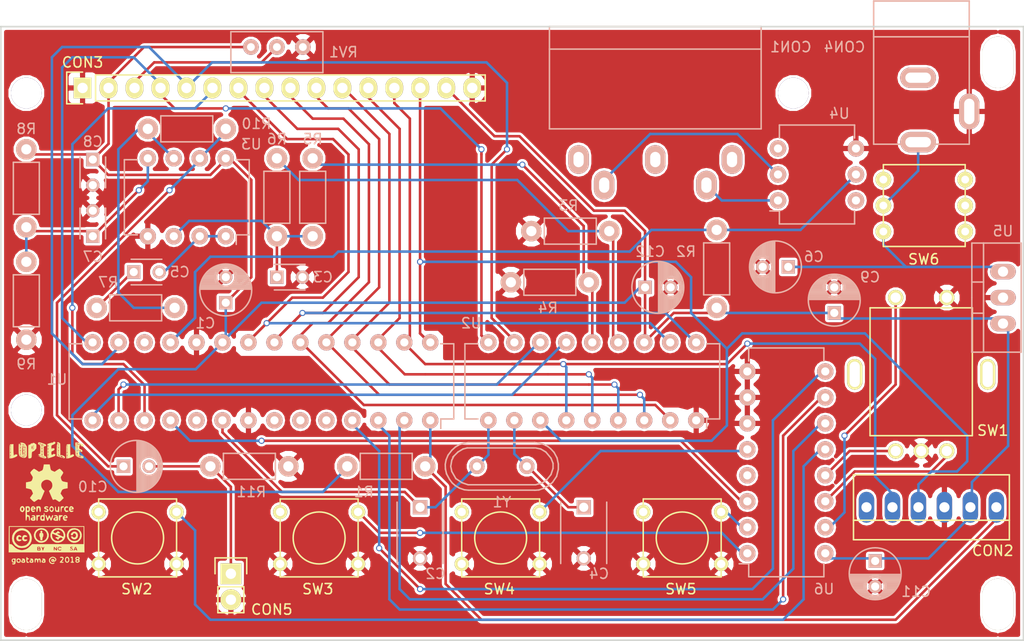
<source format=kicad_pcb>
(kicad_pcb (version 4) (host pcbnew 4.0.2+dfsg1-stable)
  (layers (0 F.Cu signal) (31 B.Cu signal) (34 B.Paste user hide) (35 F.Paste user hide) (36 B.SilkS user) (37 F.SilkS user) (38 B.Mask user hide) (39 F.Mask user hide) (44 Edge.Cuts user))
  (net 0 "")
  (net 1 +5V)
  (net 2 GND)
  (net 3 "Net-(C2-Pad1)")
  (net 4 "Net-(C3-Pad1)")
  (net 5 "Net-(C4-Pad1)")
  (net 6 "Net-(C5-Pad1)")
  (net 7 "Net-(C5-Pad2)")
  (net 8 "Net-(C6-Pad1)")
  (net 9 "Net-(C7-Pad1)")
  (net 10 "Net-(C10-Pad1)")
  (net 11 "Net-(C10-Pad2)")
  (net 12 "Net-(CON1-Pad1)")
  (net 13 "Net-(CON1-Pad2)")
  (net 14 "Net-(CON1-Pad3)")
  (net 15 "Net-(CON1-Pad4)")
  (net 16 "Net-(CON1-Pad5)")
  (net 17 "Net-(CON2-Pad1)")
  (net 18 /B1D7)
  (net 19 /B1D6)
  (net 20 "Net-(CON2-Pad6)")
  (net 21 /V0)
  (net 22 /RS)
  (net 23 /RW)
  (net 24 /E)
  (net 25 /B1D0)
  (net 26 /B1D1)
  (net 27 /B1D2)
  (net 28 /B1D3)
  (net 29 /B1D4)
  (net 30 /B1D5)
  (net 31 "Net-(R2-Pad2)")
  (net 32 "Net-(R3-Pad1)")
  (net 33 "Net-(R4-Pad1)")
  (net 34 "Net-(R10-Pad2)")
  (net 35 "Net-(SW1-Pad1)")
  (net 36 "Net-(SW1-Pad3)")
  (net 37 "Net-(SW1-Pad4)")
  (net 38 "Net-(SW2-Pad2)")
  (net 39 "Net-(SW3-Pad2)")
  (net 40 "Net-(SW4-Pad2)")
  (net 41 "Net-(SW5-Pad2)")
  (net 42 "Net-(U1-Pad2)")
  (net 43 "Net-(U1-Pad3)")
  (net 44 "Net-(U1-Pad4)")
  (net 45 "Net-(U1-Pad5)")
  (net 46 "Net-(U1-Pad6)")
  (net 47 "Net-(U1-Pad7)")
  (net 48 "Net-(U1-Pad10)")
  (net 49 "Net-(U1-Pad11)")
  (net 50 "Net-(U1-Pad13)")
  (net 51 "Net-(U1-Pad14)")
  (net 52 "Net-(U1-Pad17)")
  (net 53 "Net-(U4-Pad6)")
  (net 54 "Net-(U6-Pad4)")
  (net 55 "Net-(CON4-Pad3)")
  (net 56 "Net-(CON4-Pad1)")
  (module Housings_DIP:DIP-8_W7.62mm (layer B.Cu) (at 57 45.5 90)
    (fp_text reference U3 (at 9 2.5 180) (layer B.SilkS) (effects (justify mirror)))
    (fp_text value TL072CP hide)
    (pad 1 thru_hole oval (at 0 0 90) (size 1.6 1.6) (drill 0.8) (layers *.Cu *.Mask B.SilkS) (net 7 "Net-(C5-Pad2)"))
    (pad 2 thru_hole oval (at 0 -2.54 90) (size 1.6 1.6) (drill 0.8) (layers *.Cu *.Mask B.SilkS) (net 7 "Net-(C5-Pad2)"))
    (pad 3 thru_hole oval (at 0 -5.08 90) (size 1.6 1.6) (drill 0.8) (layers *.Cu *.Mask B.SilkS) (net 4 "Net-(C3-Pad1)"))
    (pad 4 thru_hole oval (at 0 -7.62 90) (size 1.6 1.6) (drill 0.8) (layers *.Cu *.Mask B.SilkS) (net 2 GND))
    (pad 5 thru_hole oval (at 7.62 -7.62 90) (size 1.6 1.6) (drill 0.8) (layers *.Cu *.Mask B.SilkS) (net 9 "Net-(C7-Pad1)"))
    (pad 6 thru_hole oval (at 7.62 -5.08 90) (size 1.6 1.6) (drill 0.8) (layers *.Cu *.Mask B.SilkS) (net 34 "Net-(R10-Pad2)"))
    (pad 7 thru_hole oval (at 7.62 -2.54 90) (size 1.6 1.6) (drill 0.8) (layers *.Cu *.Mask B.SilkS) (net 10 "Net-(C10-Pad1)"))
    (pad 8 thru_hole oval (at 7.62 0 90) (size 1.6 1.6) (drill 0.8) (layers *.Cu *.Mask B.SilkS) (net 1 +5V))
  )
  (module Capacitors_ThroughHole:C_Radial_D5_L11_P2.5 (layer B.Cu) (at 116.5 53 90)
    (fp_text reference C9 (at 3.5 3.5 360) (layer B.SilkS) (effects (justify mirror)))
    (fp_text value .1u hide)
    (pad 1 thru_hole rect (at 0 0 90) (size 1.3 1.3) (drill 0.8) (layers *.Cu *.Mask B.SilkS) (net 1 +5V))
    (pad 2 thru_hole circle (at 2.5 0 90) (size 1.3 1.3) (drill 0.8) (layers *.Cu *.Mask B.SilkS) (net 2 GND))
  )
  (module MountingHole_3x5mm (layer F.Cu) (at 37.5 81.5)
    (fp_text reference REF** hide)
    (fp_text value MountingHole_3x5mm hide)
    (pad 1 thru_hole oval (at 0 0) (size 3 5) (drill oval 3 5) (layers *.Cu F.SilkS))
  )
  (module lopielle_lib:MountingHole_3x5mm (layer F.Cu) (at 132.5 28.5)
    (fp_text reference REF** hide)
    (fp_text value MountingHole_3x5mm hide)
    (pad 1 thru_hole oval (at 0 0) (size 3 5) (drill oval 3 5) (layers *.Cu *.Mask F.SilkS))
  )
  (module lopielle_lib:MountingHole_3x5mm (layer F.Cu) (at 132.5 81.5)
    (fp_text reference REF** hide)
    (fp_text value MountingHole_3x5mm hide)
    (pad 1 thru_hole oval (at 0 0) (size 3 5) (drill oval 3 5) (layers *.Cu *.Mask F.SilkS))
  )
  (module lopielle_lib:MountingHole_3mm (layer F.Cu) (at 37.5 62.5)
    (fp_text reference REF** hide)
    (fp_text value MountingHole_3mm hide)
    (pad 1 thru_hole circle (at 0 0) (size 3 3) (drill 3) (layers))
  )
  (module lopielle_lib:MountingHole_3mm (layer F.Cu) (at 37.5 31.5)
    (fp_text reference REF** hide)
    (fp_text value MountingHole_3mm hide)
    (pad 1 thru_hole circle (at 0 0) (size 3 3) (drill 3) (layers))
  )
  (module lopielle_lib:MountingHole_3mm (layer F.Cu) (at 112.5 31.5)
    (fp_text reference REF** hide)
    (fp_text value MountingHole_3mm hide)
    (pad 1 thru_hole circle (at 0 0) (size 3 3) (drill 3) (layers))
  )
  (module Capacitors_ThroughHole:C_Radial_D5_L11_P2.5 (layer B.Cu) (at 57 52 90)
    (fp_text reference C1 (at -2 -2 180) (layer B.SilkS) (effects (justify mirror)))
    (fp_text value .1u hide)
    (pad 1 thru_hole rect (at 0 0 90) (size 1.3 1.3) (drill 0.8) (layers *.Cu *.Mask B.SilkS) (net 1 +5V))
    (pad 2 thru_hole circle (at 2.5 0 90) (size 1.3 1.3) (drill 0.8) (layers *.Cu *.Mask B.SilkS) (net 2 GND))
  )
  (module Capacitors_ThroughHole:C_Disc_D6_P5 (layer B.Cu) (at 76 72 270)
    (fp_text reference C2 (at 6.5 -1.5 360) (layer B.SilkS) (effects (justify mirror)))
    (fp_text value 22p hide)
    (pad 1 thru_hole rect (at 0 0 270) (size 1.4 1.4) (drill 0.9) (layers *.Cu *.Mask B.SilkS) (net 3 "Net-(C2-Pad1)"))
    (pad 2 thru_hole circle (at 5 0 270) (size 1.4 1.4) (drill 0.9) (layers *.Cu *.Mask B.SilkS) (net 2 GND))
  )
  (module Capacitors_ThroughHole:C_Disc_D3_P2.5 (layer B.Cu) (at 62 49.5)
    (fp_text reference C3 (at 4.5 0) (layer B.SilkS) (effects (justify mirror)))
    (fp_text value 100n hide)
    (pad 1 thru_hole rect (at 0 0) (size 1.3 1.3) (drill 0.8) (layers *.Cu *.Mask B.SilkS) (net 4 "Net-(C3-Pad1)"))
    (pad 2 thru_hole circle (at 2.5 0) (size 1.3 1.3) (drill 0.8001) (layers *.Cu *.Mask B.SilkS) (net 2 GND))
  )
  (module Capacitors_ThroughHole:C_Disc_D6_P5 (layer B.Cu) (at 92 72 270)
    (fp_text reference C4 (at 6.5 -1.5 360) (layer B.SilkS) (effects (justify mirror)))
    (fp_text value 22p hide)
    (pad 1 thru_hole rect (at 0 0 270) (size 1.4 1.4) (drill 0.9) (layers *.Cu *.Mask B.SilkS) (net 5 "Net-(C4-Pad1)"))
    (pad 2 thru_hole circle (at 5 0 270) (size 1.4 1.4) (drill 0.9) (layers *.Cu *.Mask B.SilkS) (net 2 GND))
  )
  (module Capacitors_ThroughHole:C_Disc_D3_P2.5 (layer B.Cu) (at 48 49)
    (fp_text reference C5 (at 4.5 0) (layer B.SilkS) (effects (justify mirror)))
    (fp_text value 100n hide)
    (pad 1 thru_hole rect (at 0 0) (size 1.3 1.3) (drill 0.8) (layers *.Cu *.Mask B.SilkS) (net 6 "Net-(C5-Pad1)"))
    (pad 2 thru_hole circle (at 2.5 0) (size 1.3 1.3) (drill 0.8001) (layers *.Cu *.Mask B.SilkS) (net 7 "Net-(C5-Pad2)"))
  )
  (module Capacitors_ThroughHole:C_Radial_D5_L11_P2.5 (layer B.Cu) (at 112 48.5 180)
    (fp_text reference C6 (at -2.5 1 180) (layer B.SilkS) (effects (justify mirror)))
    (fp_text value .33u hide)
    (pad 1 thru_hole rect (at 0 0 180) (size 1.3 1.3) (drill 0.8) (layers *.Cu *.Mask B.SilkS) (net 8 "Net-(C6-Pad1)"))
    (pad 2 thru_hole circle (at 2.5 0 180) (size 1.3 1.3) (drill 0.8) (layers *.Cu *.Mask B.SilkS) (net 2 GND))
  )
  (module Capacitors_ThroughHole:C_Disc_D3_P2.5 (layer B.Cu) (at 44 45.5 90)
    (fp_text reference C7 (at -2 0 180) (layer B.SilkS) (effects (justify mirror)))
    (fp_text value 100n hide)
    (pad 1 thru_hole rect (at 0 0 90) (size 1.3 1.3) (drill 0.8) (layers *.Cu *.Mask B.SilkS) (net 9 "Net-(C7-Pad1)"))
    (pad 2 thru_hole circle (at 2.5 0 90) (size 1.3 1.3) (drill 0.8001) (layers *.Cu *.Mask B.SilkS) (net 2 GND))
  )
  (module Capacitors_ThroughHole:C_Disc_D3_P2.5 (layer B.Cu) (at 44 38 270)
    (fp_text reference C8 (at -1.75 0 360) (layer B.SilkS) (effects (justify mirror)))
    (fp_text value 100n hide)
    (pad 1 thru_hole rect (at 0 0 270) (size 1.3 1.3) (drill 0.8) (layers *.Cu *.Mask B.SilkS) (net 1 +5V))
    (pad 2 thru_hole circle (at 2.5 0 270) (size 1.3 1.3) (drill 0.8001) (layers *.Cu *.Mask B.SilkS) (net 2 GND))
  )
  (module Capacitors_ThroughHole:C_Radial_D5_L11_P2.5 (layer B.Cu) (at 47 68)
    (fp_text reference C10 (at -3 2) (layer B.SilkS) (effects (justify mirror)))
    (fp_text value 10u hide)
    (pad 1 thru_hole rect (at 0 0) (size 1.3 1.3) (drill 0.8) (layers *.Cu *.Mask B.SilkS) (net 10 "Net-(C10-Pad1)"))
    (pad 2 thru_hole circle (at 2.5 0) (size 1.3 1.3) (drill 0.8) (layers *.Cu *.Mask B.SilkS) (net 11 "Net-(C10-Pad2)"))
  )
  (module Capacitors_ThroughHole:C_Radial_D5_L11_P2.5 (layer B.Cu) (at 120.5 77.25 270)
    (fp_text reference C11 (at 3 -4 360) (layer B.SilkS) (effects (justify mirror)))
    (fp_text value .1u hide)
    (pad 1 thru_hole rect (at 0 0 270) (size 1.3 1.3) (drill 0.8) (layers *.Cu *.Mask B.SilkS) (net 1 +5V))
    (pad 2 thru_hole circle (at 2.5 0 270) (size 1.3 1.3) (drill 0.8) (layers *.Cu *.Mask B.SilkS) (net 2 GND))
  )
  (module Capacitors_ThroughHole:C_Radial_D5_L11_P2.5 (layer B.Cu) (at 98 50.5)
    (fp_text reference C12 (at 0.5 -3.5 180) (layer B.SilkS) (effects (justify mirror)))
    (fp_text value .1u hide)
    (pad 1 thru_hole rect (at 0 0) (size 1.3 1.3) (drill 0.8) (layers *.Cu *.Mask B.SilkS) (net 1 +5V))
    (pad 2 thru_hole circle (at 2.5 0) (size 1.3 1.3) (drill 0.8) (layers *.Cu *.Mask B.SilkS) (net 2 GND))
  )
  (module lopielle_lib:G10560 (layer B.Cu) (at 124.7 26 180)
    (fp_text reference CON4 (at 7.2 -1 180) (layer B.SilkS) (effects (justify mirror)))
    (fp_text value BARREL_JACK hide)
    (pad 3 thru_hole oval (at 0 -4 180) (size 3.5 2) (drill oval 2.5 1) (layers *.Cu *.Mask B.SilkS) (net 55 "Net-(CON4-Pad3)"))
    (pad 1 thru_hole oval (at 0 -10.3 180) (size 3.5 2) (drill oval 2.5 1) (layers *.Cu *.Mask B.SilkS) (net 56 "Net-(CON4-Pad1)"))
    (pad 2 thru_hole oval (at -5 -7.3 180) (size 2 3.5) (drill oval 1 2.5) (layers *.Cu *.Mask B.SilkS) (net 2 GND))
  )
  (module Pin_Headers:Pin_Header_Straight_1x02 (layer F.Cu) (at 57.5 78.5)
    (fp_text reference CON5 (at 4 3.5 180) (layer F.SilkS))
    (fp_text value CONN_01X02 hide)
    (pad 1 thru_hole rect (at 0 0) (size 2.032 2.032) (drill 1.016) (layers *.Cu *.Mask F.SilkS) (net 11 "Net-(C10-Pad2)"))
    (pad 2 thru_hole oval (at 0 2.54) (size 2.032 2.032) (drill 1.016) (layers *.Cu *.Mask F.SilkS) (net 2 GND))
  )
  (module Buttons_Switches_ThroughHole:SW_PUSH_SMALL (layer F.Cu) (at 48.38 75 180)
    (fp_text reference SW2 (at 0.08 -5 180) (layer F.SilkS))
    (fp_text value SW_PUSH hide)
    (pad 1 thru_hole circle (at 3.81 -2.54 180) (size 1.397 1.397) (drill 0.8128) (layers *.Cu *.Mask F.SilkS) (net 2 GND))
    (pad 2 thru_hole circle (at 3.81 2.54 180) (size 1.397 1.397) (drill 0.8128) (layers *.Cu *.Mask F.SilkS) (net 38 "Net-(SW2-Pad2)"))
    (pad 1 thru_hole circle (at -3.81 -2.54 180) (size 1.397 1.397) (drill 0.8128) (layers *.Cu *.Mask F.SilkS) (net 2 GND))
    (pad 2 thru_hole circle (at -3.81 2.54 180) (size 1.397 1.397) (drill 0.8128) (layers *.Cu *.Mask F.SilkS) (net 38 "Net-(SW2-Pad2)"))
  )
  (module Buttons_Switches_ThroughHole:SW_PUSH_SMALL (layer F.Cu) (at 66.13 75 180)
    (fp_text reference SW3 (at 0.13 -5 180) (layer F.SilkS))
    (fp_text value SW_PUSH hide)
    (pad 1 thru_hole circle (at 3.81 -2.54 180) (size 1.397 1.397) (drill 0.8128) (layers *.Cu *.Mask F.SilkS) (net 2 GND))
    (pad 2 thru_hole circle (at 3.81 2.54 180) (size 1.397 1.397) (drill 0.8128) (layers *.Cu *.Mask F.SilkS) (net 39 "Net-(SW3-Pad2)"))
    (pad 1 thru_hole circle (at -3.81 -2.54 180) (size 1.397 1.397) (drill 0.8128) (layers *.Cu *.Mask F.SilkS) (net 2 GND))
    (pad 2 thru_hole circle (at -3.81 2.54 180) (size 1.397 1.397) (drill 0.8128) (layers *.Cu *.Mask F.SilkS) (net 39 "Net-(SW3-Pad2)"))
  )
  (module Buttons_Switches_ThroughHole:SW_PUSH_SMALL (layer F.Cu) (at 101.63 75 180)
    (fp_text reference SW5 (at 0.13 -5 180) (layer F.SilkS))
    (fp_text value SW_PUSH hide)
    (pad 1 thru_hole circle (at 3.81 -2.54 180) (size 1.397 1.397) (drill 0.8128) (layers *.Cu *.Mask F.SilkS) (net 2 GND))
    (pad 2 thru_hole circle (at 3.81 2.54 180) (size 1.397 1.397) (drill 0.8128) (layers *.Cu *.Mask F.SilkS) (net 41 "Net-(SW5-Pad2)"))
    (pad 1 thru_hole circle (at -3.81 -2.54 180) (size 1.397 1.397) (drill 0.8128) (layers *.Cu *.Mask F.SilkS) (net 2 GND))
    (pad 2 thru_hole circle (at -3.81 2.54 180) (size 1.397 1.397) (drill 0.8128) (layers *.Cu *.Mask F.SilkS) (net 41 "Net-(SW5-Pad2)"))
  )
  (module lopielle_lib:G9820_SX (layer B.Cu) (at 109.35 25 180)
    (fp_text reference CON1 (at -2.9 -2 360) (layer B.SilkS) (effects (justify mirror)))
    (fp_text value MIDI_In hide)
    (pad 1 thru_hole oval (at 2.85 -13 180) (size 2 2.8) (drill oval 1 1.5) (layers *.Cu *.Mask B.SilkS) (net 12 "Net-(CON1-Pad1)"))
    (pad 2 thru_hole oval (at 10.35 -13 180) (size 2 2.8) (drill oval 1 1.5) (layers *.Cu *.Mask B.SilkS) (net 13 "Net-(CON1-Pad2)"))
    (pad 3 thru_hole oval (at 17.85 -13 180) (size 2 2.8) (drill oval 1 1.5) (layers *.Cu *.Mask B.SilkS) (net 14 "Net-(CON1-Pad3)"))
    (pad 4 thru_hole oval (at 5.35 -15.5 180) (size 2 2.8) (drill oval 1 1.5) (layers *.Cu *.Mask B.SilkS) (net 15 "Net-(CON1-Pad4)"))
    (pad 5 thru_hole oval (at 15.35 -15.5 180) (size 2 2.8) (drill oval 1 1.5) (layers *.Cu *.Mask B.SilkS) (net 16 "Net-(CON1-Pad5)"))
  )
  (module lopielle_lib:Switch_DPDT (layer F.Cu) (at 125.3 42.5)
    (fp_text reference SW6 (at -0.05 5.25) (layer F.SilkS))
    (fp_text value SPST hide)
    (pad 1 thru_hole circle (at -4 0) (size 1.524 1.524) (drill 0.762) (layers *.Cu *.Mask F.SilkS) (net 56 "Net-(CON4-Pad1)"))
    (pad 2 thru_hole circle (at -4 2.54) (size 1.524 1.524) (drill 0.762) (layers *.Cu *.Mask F.SilkS) (net 8 "Net-(C6-Pad1)"))
    (pad "" thru_hole circle (at -4 -2.54) (size 1.524 1.524) (drill 0.762) (layers *.Cu *.Mask F.SilkS))
    (pad "" thru_hole circle (at 4 2.54) (size 1.524 1.524) (drill 0.762) (layers *.Cu *.Mask F.SilkS))
    (pad "" thru_hole circle (at 4 0) (size 1.524 1.524) (drill 0.762) (layers *.Cu *.Mask F.SilkS))
    (pad "" thru_hole circle (at 4 -2.54) (size 1.524 1.524) (drill 0.762) (layers *.Cu *.Mask F.SilkS))
  )
  (module lopielle_lib:Trimmer_ACP (layer B.Cu) (at 62 27.5)
    (fp_text reference RV1 (at 6.5 0) (layer B.SilkS) (effects (justify mirror)))
    (fp_text value 50k hide)
    (pad 1 thru_hole circle (at -2.54 -0.5) (size 1.524 1.524) (drill 0.762) (layers *.Cu *.Mask B.SilkS) (net 1 +5V))
    (pad 2 thru_hole circle (at 0 -0.5) (size 1.524 1.524) (drill 0.762) (layers *.Cu *.Mask B.SilkS) (net 21 /V0))
    (pad 3 thru_hole circle (at 2.54 -0.5) (size 1.524 1.524) (drill 0.762) (layers *.Cu *.Mask B.SilkS) (net 2 GND))
  )
  (module Housings_DIP:DIP-28_W7.62mm (layer B.Cu) (at 77 63.5 90)
    (fp_text reference U1 (at 4 -36.5 180) (layer B.SilkS) (effects (justify mirror)))
    (fp_text value PIC16F1788 hide)
    (pad 1 thru_hole oval (at 0 0 90) (size 1.6 1.6) (drill 0.8) (layers *.Cu *.Mask B.SilkS) (net 17 "Net-(CON2-Pad1)"))
    (pad 2 thru_hole oval (at 0 -2.54 90) (size 1.6 1.6) (drill 0.8) (layers *.Cu *.Mask B.SilkS) (net 42 "Net-(U1-Pad2)"))
    (pad 3 thru_hole oval (at 0 -5.08 90) (size 1.6 1.6) (drill 0.8) (layers *.Cu *.Mask B.SilkS) (net 43 "Net-(U1-Pad3)"))
    (pad 4 thru_hole oval (at 0 -7.62 90) (size 1.6 1.6) (drill 0.8) (layers *.Cu *.Mask B.SilkS) (net 44 "Net-(U1-Pad4)"))
    (pad 5 thru_hole oval (at 0 -10.16 90) (size 1.6 1.6) (drill 0.8) (layers *.Cu *.Mask B.SilkS) (net 45 "Net-(U1-Pad5)"))
    (pad 6 thru_hole oval (at 0 -12.7 90) (size 1.6 1.6) (drill 0.8) (layers *.Cu *.Mask B.SilkS) (net 46 "Net-(U1-Pad6)"))
    (pad 7 thru_hole oval (at 0 -15.24 90) (size 1.6 1.6) (drill 0.8) (layers *.Cu *.Mask B.SilkS) (net 47 "Net-(U1-Pad7)"))
    (pad 8 thru_hole oval (at 0 -17.78 90) (size 1.6 1.6) (drill 0.8) (layers *.Cu *.Mask B.SilkS) (net 2 GND))
    (pad 9 thru_hole oval (at 0 -20.32 90) (size 1.6 1.6) (drill 0.8) (layers *.Cu *.Mask B.SilkS) (net 3 "Net-(C2-Pad1)"))
    (pad 10 thru_hole oval (at 0 -22.86 90) (size 1.6 1.6) (drill 0.8) (layers *.Cu *.Mask B.SilkS) (net 48 "Net-(U1-Pad10)"))
    (pad 11 thru_hole oval (at 0 -25.4 90) (size 1.6 1.6) (drill 0.8) (layers *.Cu *.Mask B.SilkS) (net 49 "Net-(U1-Pad11)"))
    (pad 12 thru_hole oval (at 0 -27.94 90) (size 1.6 1.6) (drill 0.8) (layers *.Cu *.Mask B.SilkS) (net 24 /E))
    (pad 13 thru_hole oval (at 0 -30.48 90) (size 1.6 1.6) (drill 0.8) (layers *.Cu *.Mask B.SilkS) (net 50 "Net-(U1-Pad13)"))
    (pad 14 thru_hole oval (at 0 -33.02 90) (size 1.6 1.6) (drill 0.8) (layers *.Cu *.Mask B.SilkS) (net 51 "Net-(U1-Pad14)"))
    (pad 15 thru_hole oval (at 7.62 -33.02 90) (size 1.6 1.6) (drill 0.8) (layers *.Cu *.Mask B.SilkS) (net 22 /RS))
    (pad 16 thru_hole oval (at 7.62 -30.48 90) (size 1.6 1.6) (drill 0.8) (layers *.Cu *.Mask B.SilkS) (net 23 /RW))
    (pad 17 thru_hole oval (at 7.62 -27.94 90) (size 1.6 1.6) (drill 0.8) (layers *.Cu *.Mask B.SilkS) (net 52 "Net-(U1-Pad17)"))
    (pad 18 thru_hole oval (at 7.62 -25.4 90) (size 1.6 1.6) (drill 0.8) (layers *.Cu *.Mask B.SilkS) (net 31 "Net-(R2-Pad2)"))
    (pad 19 thru_hole oval (at 7.62 -22.86 90) (size 1.6 1.6) (drill 0.8) (layers *.Cu *.Mask B.SilkS) (net 2 GND))
    (pad 20 thru_hole oval (at 7.62 -20.32 90) (size 1.6 1.6) (drill 0.8) (layers *.Cu *.Mask B.SilkS) (net 1 +5V))
    (pad 21 thru_hole oval (at 7.62 -17.78 90) (size 1.6 1.6) (drill 0.8) (layers *.Cu *.Mask B.SilkS) (net 25 /B1D0))
    (pad 22 thru_hole oval (at 7.62 -15.24 90) (size 1.6 1.6) (drill 0.8) (layers *.Cu *.Mask B.SilkS) (net 26 /B1D1))
    (pad 23 thru_hole oval (at 7.62 -12.7 90) (size 1.6 1.6) (drill 0.8) (layers *.Cu *.Mask B.SilkS) (net 27 /B1D2))
    (pad 24 thru_hole oval (at 7.62 -10.16 90) (size 1.6 1.6) (drill 0.8) (layers *.Cu *.Mask B.SilkS) (net 28 /B1D3))
    (pad 25 thru_hole oval (at 7.62 -7.62 90) (size 1.6 1.6) (drill 0.8) (layers *.Cu *.Mask B.SilkS) (net 29 /B1D4))
    (pad 26 thru_hole oval (at 7.62 -5.08 90) (size 1.6 1.6) (drill 0.8) (layers *.Cu *.Mask B.SilkS) (net 30 /B1D5))
    (pad 27 thru_hole oval (at 7.62 -2.54 90) (size 1.6 1.6) (drill 0.8) (layers *.Cu *.Mask B.SilkS) (net 19 /B1D6))
    (pad 28 thru_hole oval (at 7.62 0 90) (size 1.6 1.6) (drill 0.8) (layers *.Cu *.Mask B.SilkS) (net 18 /B1D7))
  )
  (module Housings_DIP:DIP-18_W7.62mm (layer B.Cu) (at 103 63.5 90)
    (fp_text reference U2 (at 9.5 -22 180) (layer B.SilkS) (effects (justify mirror)))
    (fp_text value YM2413 hide)
    (pad 1 thru_hole oval (at 0 0 90) (size 1.6 1.6) (drill 0.8) (layers *.Cu *.Mask B.SilkS) (net 2 GND))
    (pad 2 thru_hole oval (at 0 -2.54 90) (size 1.6 1.6) (drill 0.8) (layers *.Cu *.Mask B.SilkS) (net 27 /B1D2))
    (pad 3 thru_hole oval (at 0 -5.08 90) (size 1.6 1.6) (drill 0.8) (layers *.Cu *.Mask B.SilkS) (net 28 /B1D3))
    (pad 4 thru_hole oval (at 0 -7.62 90) (size 1.6 1.6) (drill 0.8) (layers *.Cu *.Mask B.SilkS) (net 29 /B1D4))
    (pad 5 thru_hole oval (at 0 -10.16 90) (size 1.6 1.6) (drill 0.8) (layers *.Cu *.Mask B.SilkS) (net 30 /B1D5))
    (pad 6 thru_hole oval (at 0 -12.7 90) (size 1.6 1.6) (drill 0.8) (layers *.Cu *.Mask B.SilkS) (net 19 /B1D6))
    (pad 7 thru_hole oval (at 0 -15.24 90) (size 1.6 1.6) (drill 0.8) (layers *.Cu *.Mask B.SilkS) (net 18 /B1D7))
    (pad 8 thru_hole oval (at 0 -17.78 90) (size 1.6 1.6) (drill 0.8) (layers *.Cu *.Mask B.SilkS) (net 5 "Net-(C4-Pad1)"))
    (pad 9 thru_hole oval (at 0 -20.32 90) (size 1.6 1.6) (drill 0.8) (layers *.Cu *.Mask B.SilkS) (net 3 "Net-(C2-Pad1)"))
    (pad 10 thru_hole oval (at 7.62 -20.32 90) (size 1.6 1.6) (drill 0.8) (layers *.Cu *.Mask B.SilkS) (net 22 /RS))
    (pad 11 thru_hole oval (at 7.62 -17.78 90) (size 1.6 1.6) (drill 0.8) (layers *.Cu *.Mask B.SilkS) (net 23 /RW))
    (pad 12 thru_hole oval (at 7.62 -15.24 90) (size 1.6 1.6) (drill 0.8) (layers *.Cu *.Mask B.SilkS) (net 50 "Net-(U1-Pad13)"))
    (pad 13 thru_hole oval (at 7.62 -12.7 90) (size 1.6 1.6) (drill 0.8) (layers *.Cu *.Mask B.SilkS) (net 51 "Net-(U1-Pad14)"))
    (pad 14 thru_hole oval (at 7.62 -10.16 90) (size 1.6 1.6) (drill 0.8) (layers *.Cu *.Mask B.SilkS) (net 33 "Net-(R4-Pad1)"))
    (pad 15 thru_hole oval (at 7.62 -7.62 90) (size 1.6 1.6) (drill 0.8) (layers *.Cu *.Mask B.SilkS) (net 32 "Net-(R3-Pad1)"))
    (pad 16 thru_hole oval (at 7.62 -5.08 90) (size 1.6 1.6) (drill 0.8) (layers *.Cu *.Mask B.SilkS) (net 1 +5V))
    (pad 17 thru_hole oval (at 7.62 -2.54 90) (size 1.6 1.6) (drill 0.8) (layers *.Cu *.Mask B.SilkS) (net 25 /B1D0))
    (pad 18 thru_hole oval (at 7.62 0 90) (size 1.6 1.6) (drill 0.8) (layers *.Cu *.Mask B.SilkS) (net 26 /B1D1))
  )
  (module Housings_DIP:DIP-16_W7.62mm (layer B.Cu) (at 108 76.5)
    (fp_text reference U6 (at 7.5 3.5) (layer B.SilkS) (effects (justify mirror)))
    (fp_text value 74HC4051 hide)
    (pad 1 thru_hole oval (at 0 0) (size 1.6 1.6) (drill 0.8) (layers *.Cu *.Mask B.SilkS) (net 39 "Net-(SW3-Pad2)"))
    (pad 2 thru_hole oval (at 0 -2.54) (size 1.6 1.6) (drill 0.8) (layers *.Cu *.Mask B.SilkS) (net 41 "Net-(SW5-Pad2)"))
    (pad 3 thru_hole oval (at 0 -5.08) (size 1.6 1.6) (drill 0.8) (layers *.Cu *.Mask B.SilkS) (net 49 "Net-(U1-Pad11)"))
    (pad 4 thru_hole oval (at 0 -7.62) (size 1.6 1.6) (drill 0.8) (layers *.Cu *.Mask B.SilkS) (net 54 "Net-(U6-Pad4)"))
    (pad 5 thru_hole oval (at 0 -10.16) (size 1.6 1.6) (drill 0.8) (layers *.Cu *.Mask B.SilkS) (net 40 "Net-(SW4-Pad2)"))
    (pad 6 thru_hole oval (at 0 -12.7) (size 1.6 1.6) (drill 0.8) (layers *.Cu *.Mask B.SilkS) (net 2 GND))
    (pad 7 thru_hole oval (at 0 -15.24) (size 1.6 1.6) (drill 0.8) (layers *.Cu *.Mask B.SilkS) (net 2 GND))
    (pad 8 thru_hole oval (at 0 -17.78) (size 1.6 1.6) (drill 0.8) (layers *.Cu *.Mask B.SilkS) (net 2 GND))
    (pad 9 thru_hole oval (at 7.62 -17.78) (size 1.6 1.6) (drill 0.8) (layers *.Cu *.Mask B.SilkS) (net 44 "Net-(U1-Pad4)"))
    (pad 10 thru_hole oval (at 7.62 -15.24) (size 1.6 1.6) (drill 0.8) (layers *.Cu *.Mask B.SilkS) (net 43 "Net-(U1-Pad3)"))
    (pad 11 thru_hole oval (at 7.62 -12.7) (size 1.6 1.6) (drill 0.8) (layers *.Cu *.Mask B.SilkS) (net 42 "Net-(U1-Pad2)"))
    (pad 12 thru_hole oval (at 7.62 -10.16) (size 1.6 1.6) (drill 0.8) (layers *.Cu *.Mask B.SilkS) (net 38 "Net-(SW2-Pad2)"))
    (pad 13 thru_hole oval (at 7.62 -7.62) (size 1.6 1.6) (drill 0.8) (layers *.Cu *.Mask B.SilkS) (net 35 "Net-(SW1-Pad1)"))
    (pad 14 thru_hole oval (at 7.62 -5.08) (size 1.6 1.6) (drill 0.8) (layers *.Cu *.Mask B.SilkS) (net 36 "Net-(SW1-Pad3)"))
    (pad 15 thru_hole oval (at 7.62 -2.54) (size 1.6 1.6) (drill 0.8) (layers *.Cu *.Mask B.SilkS) (net 37 "Net-(SW1-Pad4)"))
    (pad 16 thru_hole oval (at 7.62 0) (size 1.6 1.6) (drill 0.8) (layers *.Cu *.Mask B.SilkS) (net 1 +5V))
  )
  (module Housings_DIP:DIP-6_W7.62mm (layer B.Cu) (at 111 42)
    (fp_text reference U4 (at 6 -8.5) (layer B.SilkS) (effects (justify mirror)))
    (fp_text value 4N28 hide)
    (pad 1 thru_hole oval (at 0 0) (size 1.6 1.6) (drill 0.8) (layers *.Cu *.Mask B.SilkS) (net 15 "Net-(CON1-Pad4)"))
    (pad 2 thru_hole oval (at 0 -2.54) (size 1.6 1.6) (drill 0.8) (layers *.Cu *.Mask B.SilkS) (net 16 "Net-(CON1-Pad5)"))
    (pad 3 thru_hole oval (at 0 -5.08) (size 1.6 1.6) (drill 0.8) (layers *.Cu *.Mask B.SilkS))
    (pad 4 thru_hole oval (at 7.62 -5.08) (size 1.6 1.6) (drill 0.8) (layers *.Cu *.Mask B.SilkS) (net 2 GND))
    (pad 5 thru_hole oval (at 7.62 -2.54) (size 1.6 1.6) (drill 0.8) (layers *.Cu *.Mask B.SilkS) (net 31 "Net-(R2-Pad2)"))
    (pad 6 thru_hole oval (at 7.62 0) (size 1.6 1.6) (drill 0.8) (layers *.Cu *.Mask B.SilkS) (net 53 "Net-(U4-Pad6)"))
  )
  (module Buttons_Switches_ThroughHole:SW_PUSH_SMALL (layer F.Cu) (at 83.88 75 180)
    (fp_text reference SW4 (at 0.13 -5 180) (layer F.SilkS))
    (fp_text value SW_PUSH hide)
    (pad 1 thru_hole circle (at 3.81 -2.54 180) (size 1.397 1.397) (drill 0.8128) (layers *.Cu *.Mask F.SilkS) (net 2 GND))
    (pad 2 thru_hole circle (at 3.81 2.54 180) (size 1.397 1.397) (drill 0.8128) (layers *.Cu *.Mask F.SilkS) (net 40 "Net-(SW4-Pad2)"))
    (pad 1 thru_hole circle (at -3.81 -2.54 180) (size 1.397 1.397) (drill 0.8128) (layers *.Cu *.Mask F.SilkS) (net 2 GND))
    (pad 2 thru_hole circle (at -3.81 2.54 180) (size 1.397 1.397) (drill 0.8128) (layers *.Cu *.Mask F.SilkS) (net 40 "Net-(SW4-Pad2)"))
  )
  (module Pin_Headers:Pin_Header_Straight_1x16 (layer F.Cu) (at 43 31 90)
    (fp_text reference CON3 (at 2.5 0 180) (layer F.SilkS))
    (fp_text value CONN_01X16 hide)
    (pad 1 thru_hole rect (at 0 0 90) (size 2.032 1.7272) (drill 1.016) (layers *.Cu *.Mask F.SilkS) (net 2 GND))
    (pad 2 thru_hole oval (at 0 2.54 90) (size 2.032 1.7272) (drill 1.016) (layers *.Cu *.Mask F.SilkS) (net 1 +5V))
    (pad 3 thru_hole oval (at 0 5.08 90) (size 2.032 1.7272) (drill 1.016) (layers *.Cu *.Mask F.SilkS) (net 21 /V0))
    (pad 4 thru_hole oval (at 0 7.62 90) (size 2.032 1.7272) (drill 1.016) (layers *.Cu *.Mask F.SilkS) (net 22 /RS))
    (pad 5 thru_hole oval (at 0 10.16 90) (size 2.032 1.7272) (drill 1.016) (layers *.Cu *.Mask F.SilkS) (net 23 /RW))
    (pad 6 thru_hole oval (at 0 12.7 90) (size 2.032 1.7272) (drill 1.016) (layers *.Cu *.Mask F.SilkS) (net 24 /E))
    (pad 7 thru_hole oval (at 0 15.24 90) (size 2.032 1.7272) (drill 1.016) (layers *.Cu *.Mask F.SilkS) (net 25 /B1D0))
    (pad 8 thru_hole oval (at 0 17.78 90) (size 2.032 1.7272) (drill 1.016) (layers *.Cu *.Mask F.SilkS) (net 26 /B1D1))
    (pad 9 thru_hole oval (at 0 20.32 90) (size 2.032 1.7272) (drill 1.016) (layers *.Cu *.Mask F.SilkS) (net 27 /B1D2))
    (pad 10 thru_hole oval (at 0 22.86 90) (size 2.032 1.7272) (drill 1.016) (layers *.Cu *.Mask F.SilkS) (net 28 /B1D3))
    (pad 11 thru_hole oval (at 0 25.4 90) (size 2.032 1.7272) (drill 1.016) (layers *.Cu *.Mask F.SilkS) (net 29 /B1D4))
    (pad 12 thru_hole oval (at 0 27.94 90) (size 2.032 1.7272) (drill 1.016) (layers *.Cu *.Mask F.SilkS) (net 30 /B1D5))
    (pad 13 thru_hole oval (at 0 30.48 90) (size 2.032 1.7272) (drill 1.016) (layers *.Cu *.Mask F.SilkS) (net 19 /B1D6))
    (pad 14 thru_hole oval (at 0 33.02 90) (size 2.032 1.7272) (drill 1.016) (layers *.Cu *.Mask F.SilkS) (net 18 /B1D7))
    (pad 15 thru_hole oval (at 0 35.56 90) (size 2.032 1.7272) (drill 1.016) (layers *.Cu *.Mask F.SilkS) (net 1 +5V))
    (pad 16 thru_hole oval (at 0 38.1 90) (size 2.032 1.7272) (drill 1.016) (layers *.Cu *.Mask F.SilkS) (net 2 GND))
  )
  (module TO_SOT_Packages_THT:TO-220_Neutral123_Vertical (layer B.Cu) (at 133 51.5 270)
    (fp_text reference U5 (at -6.5 0 360) (layer B.SilkS) (effects (justify mirror)))
    (fp_text value L7805CV hide)
    (pad 2 thru_hole oval (at 0 0 180) (size 2.49936 1.50114) (drill 1.00076) (layers *.Cu *.Mask B.SilkS) (net 2 GND))
    (pad 1 thru_hole oval (at -2.54 0 180) (size 2.49936 1.50114) (drill 1.00076) (layers *.Cu *.Mask B.SilkS) (net 8 "Net-(C6-Pad1)"))
    (pad 3 thru_hole oval (at 2.54 0 180) (size 2.49936 1.50114) (drill 1.00076) (layers *.Cu *.Mask B.SilkS) (net 1 +5V))
  )
  (module Crystals:Crystal_HC49-U_Vertical (layer B.Cu) (at 84 68 180)
    (fp_text reference Y1 (at 0 -3.5 180) (layer B.SilkS) (effects (justify mirror)))
    (fp_text value 4MHz hide)
    (pad 1 thru_hole circle (at -2.44094 0 180) (size 1.50114 1.50114) (drill 0.8001) (layers *.Cu *.Mask B.SilkS) (net 5 "Net-(C4-Pad1)"))
    (pad 2 thru_hole circle (at 2.44094 0 180) (size 1.50114 1.50114) (drill 0.8001) (layers *.Cu *.Mask B.SilkS) (net 3 "Net-(C2-Pad1)"))
  )
  (module Resistors_ThroughHole:Resistor_Horizontal_RM7mm (layer B.Cu) (at 55.5 68)
    (fp_text reference R11 (at 4 2.5 180) (layer B.SilkS) (effects (justify mirror)))
    (fp_text value 1.5k hide)
    (pad 1 thru_hole circle (at 0 0) (size 1.99898 1.99898) (drill 1.00076) (layers *.Cu *.SilkS *.Mask) (net 11 "Net-(C10-Pad2)"))
    (pad 2 thru_hole circle (at 7.62 0) (size 1.99898 1.99898) (drill 1.00076) (layers *.Cu *.SilkS *.Mask) (net 2 GND))
  )
  (module Resistors_ThroughHole:Resistor_Horizontal_RM7mm (layer B.Cu) (at 57 35 180)
    (fp_text reference R10 (at -3 0.5 180) (layer B.SilkS) (effects (justify mirror)))
    (fp_text value 100k hide)
    (pad 1 thru_hole circle (at 0 0 180) (size 1.99898 1.99898) (drill 1.00076) (layers *.Cu *.SilkS *.Mask) (net 10 "Net-(C10-Pad1)"))
    (pad 2 thru_hole circle (at 7.62 0 180) (size 1.99898 1.99898) (drill 1.00076) (layers *.Cu *.SilkS *.Mask) (net 34 "Net-(R10-Pad2)"))
  )
  (module Resistors_ThroughHole:Resistor_Horizontal_RM7mm (layer B.Cu) (at 37.5 48 270)
    (fp_text reference R9 (at 10 0 360) (layer B.SilkS) (effects (justify mirror)))
    (fp_text value 1.5k hide)
    (pad 1 thru_hole circle (at 0 0 270) (size 1.99898 1.99898) (drill 1.00076) (layers *.Cu *.SilkS *.Mask) (net 9 "Net-(C7-Pad1)"))
    (pad 2 thru_hole circle (at 7.62 0 270) (size 1.99898 1.99898) (drill 1.00076) (layers *.Cu *.SilkS *.Mask) (net 2 GND))
  )
  (module Resistors_ThroughHole:Resistor_Horizontal_RM7mm (layer B.Cu) (at 37.5 37 270)
    (fp_text reference R8 (at -2 0 360) (layer B.SilkS) (effects (justify mirror)))
    (fp_text value 1.5k hide)
    (pad 1 thru_hole circle (at 0 0 270) (size 1.99898 1.99898) (drill 1.00076) (layers *.Cu *.SilkS *.Mask) (net 1 +5V))
    (pad 2 thru_hole circle (at 7.62 0 270) (size 1.99898 1.99898) (drill 1.00076) (layers *.Cu *.SilkS *.Mask) (net 9 "Net-(C7-Pad1)"))
  )
  (module Resistors_ThroughHole:Resistor_Horizontal_RM7mm (layer B.Cu) (at 52 52.5 180)
    (fp_text reference R7 (at 6.5 2.5 180) (layer B.SilkS) (effects (justify mirror)))
    (fp_text value 1k5 hide)
    (pad 1 thru_hole circle (at 0 0 180) (size 1.99898 1.99898) (drill 1.00076) (layers *.Cu *.SilkS *.Mask) (net 34 "Net-(R10-Pad2)"))
    (pad 2 thru_hole circle (at 7.62 0 180) (size 1.99898 1.99898) (drill 1.00076) (layers *.Cu *.SilkS *.Mask) (net 6 "Net-(C5-Pad1)"))
  )
  (module Resistors_ThroughHole:Resistor_Horizontal_RM7mm (layer B.Cu) (at 62 45.5 90)
    (fp_text reference R6 (at 9.5 0 180) (layer B.SilkS) (effects (justify mirror)))
    (fp_text value 4k7 hide)
    (pad 1 thru_hole circle (at 0 0 90) (size 1.99898 1.99898) (drill 1.00076) (layers *.Cu *.SilkS *.Mask) (net 4 "Net-(C3-Pad1)"))
    (pad 2 thru_hole circle (at 7.62 0 90) (size 1.99898 1.99898) (drill 1.00076) (layers *.Cu *.SilkS *.Mask) (net 32 "Net-(R3-Pad1)"))
  )
  (module Resistors_ThroughHole:Resistor_Horizontal_RM7mm (layer B.Cu) (at 65.5 45.5 90)
    (fp_text reference R5 (at 9.5 0 180) (layer B.SilkS) (effects (justify mirror)))
    (fp_text value 4k7 hide)
    (pad 1 thru_hole circle (at 0 0 90) (size 1.99898 1.99898) (drill 1.00076) (layers *.Cu *.SilkS *.Mask) (net 4 "Net-(C3-Pad1)"))
    (pad 2 thru_hole circle (at 7.62 0 90) (size 1.99898 1.99898) (drill 1.00076) (layers *.Cu *.SilkS *.Mask) (net 33 "Net-(R4-Pad1)"))
  )
  (module Resistors_ThroughHole:Resistor_Horizontal_RM7mm (layer B.Cu) (at 92.5 50 180)
    (fp_text reference R4 (at 4 -2.5 180) (layer B.SilkS) (effects (justify mirror)))
    (fp_text value 2k2 hide)
    (pad 1 thru_hole circle (at 0 0 180) (size 1.99898 1.99898) (drill 1.00076) (layers *.Cu *.SilkS *.Mask) (net 33 "Net-(R4-Pad1)"))
    (pad 2 thru_hole circle (at 7.62 0 180) (size 1.99898 1.99898) (drill 1.00076) (layers *.Cu *.SilkS *.Mask) (net 2 GND))
  )
  (module Resistors_ThroughHole:Resistor_Horizontal_RM7mm (layer B.Cu) (at 94.5 45 180)
    (fp_text reference R3 (at 4 2.5 180) (layer B.SilkS) (effects (justify mirror)))
    (fp_text value 2k2 hide)
    (pad 1 thru_hole circle (at 0 0 180) (size 1.99898 1.99898) (drill 1.00076) (layers *.Cu *.SilkS *.Mask) (net 32 "Net-(R3-Pad1)"))
    (pad 2 thru_hole circle (at 7.62 0 180) (size 1.99898 1.99898) (drill 1.00076) (layers *.Cu *.SilkS *.Mask) (net 2 GND))
  )
  (module Resistors_ThroughHole:Resistor_Horizontal_RM7mm (layer B.Cu) (at 105 52.5 90)
    (fp_text reference R2 (at 5.5 -3 180) (layer B.SilkS) (effects (justify mirror)))
    (fp_text value 1.5k hide)
    (pad 1 thru_hole circle (at 0 0 90) (size 1.99898 1.99898) (drill 1.00076) (layers *.Cu *.SilkS *.Mask) (net 1 +5V))
    (pad 2 thru_hole circle (at 7.62 0 90) (size 1.99898 1.99898) (drill 1.00076) (layers *.Cu *.SilkS *.Mask) (net 31 "Net-(R2-Pad2)"))
  )
  (module Resistors_ThroughHole:Resistor_Horizontal_RM7mm (layer B.Cu) (at 76.5 68 180)
    (fp_text reference R1 (at 6 -2.5 180) (layer B.SilkS) (effects (justify mirror)))
    (fp_text value 4k7 hide)
    (pad 1 thru_hole circle (at 0 0 180) (size 1.99898 1.99898) (drill 1.00076) (layers *.Cu *.SilkS *.Mask) (net 17 "Net-(CON2-Pad1)"))
    (pad 2 thru_hole circle (at 7.62 0 180) (size 1.99898 1.99898) (drill 1.00076) (layers *.Cu *.SilkS *.Mask) (net 1 +5V))
  )
  (module lopielle_lib:PEC12R-4222F-S0024 (layer F.Cu) (at 125 59)
    (fp_text reference SW1 (at 7 5.5) (layer F.SilkS))
    (fp_text value Rotary_Encoder_Switch hide)
    (pad "" thru_hole oval (at -6.5 0) (size 1.5 3) (drill oval 1 2.5) (layers *.Cu *.Mask F.SilkS))
    (pad "" thru_hole oval (at 6.5 0) (size 1.5 3) (drill oval 1 2.5) (layers *.Cu *.Mask F.SilkS))
    (pad 2 thru_hole circle (at 0 7.5) (size 1.5 1.5) (drill 1) (layers *.Cu *.Mask F.SilkS) (net 2 GND))
    (pad 1 thru_hole circle (at -2.5 7.5) (size 1.5 1.5) (drill 1) (layers *.Cu *.Mask F.SilkS) (net 35 "Net-(SW1-Pad1)"))
    (pad 3 thru_hole circle (at 2.5 7.5) (size 1.5 1.5) (drill 1) (layers *.Cu *.Mask F.SilkS) (net 36 "Net-(SW1-Pad3)"))
    (pad 4 thru_hole circle (at -2.5 -7.5) (size 1.5 1.5) (drill 1) (layers *.Cu *.Mask F.SilkS) (net 37 "Net-(SW1-Pad4)"))
    (pad 5 thru_hole circle (at 2.5 -7.5) (size 1.5 1.5) (drill 1) (layers *.Cu *.Mask F.SilkS) (net 2 GND))
  )
  (module Connect:PINHEAD1-6 (layer F.Cu) (at 126 72 180)
    (fp_text reference CON2 (at -6 -4.25 180) (layer F.SilkS))
    (fp_text value CONN_01X06 hide)
    (pad 1 thru_hole oval (at -6.35 0 180) (size 1.50622 3.01498) (drill 0.99822) (layers *.Cu *.Mask) (net 17 "Net-(CON2-Pad1)"))
    (pad 2 thru_hole oval (at -3.81 0 180) (size 1.50622 3.01498) (drill 0.99822) (layers *.Cu *.Mask) (net 1 +5V))
    (pad 3 thru_hole oval (at -1.27 0 180) (size 1.50622 3.01498) (drill 0.99822) (layers *.Cu *.Mask) (net 2 GND))
    (pad 4 thru_hole oval (at 1.27 0 180) (size 1.50622 3.01498) (drill 0.99822) (layers *.Cu *.Mask) (net 18 /B1D7))
    (pad 5 thru_hole oval (at 3.81 0 180) (size 1.50622 3.01498) (drill 0.99822) (layers *.Cu *.Mask) (net 19 /B1D6))
    (pad 6 thru_hole oval (at 6.35 0 180) (size 1.50622 3.01498) (drill 0.99822) (layers *.Cu *.Mask) (net 20 "Net-(CON2-Pad6)"))
  )
  (module lopielle_lib:logo (layer F.Cu) (at 39.5 71.5)
    (fp_text reference G*** hide)
    (fp_text value LOGO hide)
  )
  (gr_line (start 35 85) (end 35 25) (angle 90) (layer Edge.Cuts) (width 0.15))
  (gr_line (start 135 85) (end 35 85) (angle 90) (layer Edge.Cuts) (width 0.15))
  (gr_line (start 135 25) (end 135 85) (angle 90) (layer Edge.Cuts) (width 0.15))
  (gr_line (start 35 25) (end 135 25) (angle 90) (layer Edge.Cuts) (width 0.15))
  (segment (start 57 52) (end 57 55.56) (width 0.25) (layer B.Cu) (net 1))
  (segment (start 57 55.56) (end 56.68 55.88) (width 0.25) (layer B.Cu) (net 1))
  (segment (start 68.88 68) (end 68.88 68.12) (width 0.25) (layer B.Cu) (net 1))
  (segment (start 68.88 68.12) (end 66.5 70.5) (width 0.25) (layer B.Cu) (net 1))
  (segment (start 66.5 70.5) (end 46.5 70.5) (width 0.25) (layer B.Cu) (net 1))
  (segment (start 46.5 70.5) (end 42 66) (width 0.25) (layer B.Cu) (net 1))
  (segment (start 42 66) (end 42 63) (width 0.25) (layer B.Cu) (net 1))
  (segment (start 42 63) (end 46.5 58.5) (width 0.25) (layer B.Cu) (net 1))
  (segment (start 46.5 58.5) (end 54.06 58.5) (width 0.25) (layer B.Cu) (net 1))
  (segment (start 54.06 58.5) (end 56.68 55.88) (width 0.25) (layer B.Cu) (net 1))
  (segment (start 57 38) (end 55.5 39.5) (width 0.25) (layer F.Cu) (net 1))
  (segment (start 45.5 39.5) (end 44 38) (width 0.25) (layer F.Cu) (net 1))
  (segment (start 55.5 39.5) (end 45.5 39.5) (width 0.25) (layer F.Cu) (net 1))
  (segment (start 133.5 54.04) (end 133.5 66) (width 0.25) (layer B.Cu) (net 1))
  (segment (start 129.96 69.54) (end 129.96 72.75) (width 0.25) (layer B.Cu) (net 1))
  (segment (start 133.5 66) (end 129.96 69.54) (width 0.25) (layer B.Cu) (net 1))
  (segment (start 120.5 77) (end 125.71 77) (width 0.25) (layer B.Cu) (net 1))
  (segment (start 125.71 77) (end 129.96 72.75) (width 0.25) (layer B.Cu) (net 1))
  (segment (start 120.5 77) (end 116.12 77) (width 0.25) (layer B.Cu) (net 1))
  (segment (start 116.12 77) (end 115.62 76.5) (width 0.25) (layer B.Cu) (net 1))
  (segment (start 116.5 53) (end 105.5 53) (width 0.25) (layer B.Cu) (net 1))
  (segment (start 105.5 53) (end 105 52.5) (width 0.25) (layer B.Cu) (net 1))
  (segment (start 133 53.54) (end 116.04 53.54) (width 0.25) (layer B.Cu) (net 1))
  (segment (start 116.04 53.54) (end 116 53.5) (width 0.25) (layer B.Cu) (net 1))
  (segment (start 45.54 31) (end 45.54 36.46) (width 0.25) (layer F.Cu) (net 1))
  (segment (start 45.54 36.46) (end 44 38) (width 0.25) (layer F.Cu) (net 1))
  (segment (start 59.46 27) (end 49 27) (width 0.25) (layer F.Cu) (net 1))
  (segment (start 45.54 30.46) (end 45.54 31) (width 0.25) (layer F.Cu) (net 1))
  (segment (start 49 27) (end 45.54 30.46) (width 0.25) (layer F.Cu) (net 1))
  (segment (start 105.5 53) (end 105.5 53) (width 0.25) (layer F.Cu) (net 1))
  (segment (start 57 37.88) (end 57 38) (width 0.25) (layer F.Cu) (net 1))
  (segment (start 37.5 37.5) (end 43.5 37.5) (width 0.25) (layer F.Cu) (net 1))
  (segment (start 43.5 37.5) (end 44 38) (width 0.25) (layer F.Cu) (net 1))
  (segment (start 56.68 55.88) (end 56.68 55.82) (width 0.25) (layer B.Cu) (net 1))
  (segment (start 56.68 55.82) (end 60.5 52) (width 0.25) (layer B.Cu) (net 1))
  (segment (start 96 52) (end 98 50) (width 0.25) (layer B.Cu) (net 1))
  (segment (start 60.5 52) (end 96 52) (width 0.25) (layer B.Cu) (net 1))
  (segment (start 98 50) (end 98 45) (width 0.25) (layer F.Cu) (net 1))
  (segment (start 83.28 35.72) (end 78.56 31) (width 0.25) (layer F.Cu) (net 1))
  (segment (start 85.72 35.72) (end 83.28 35.72) (width 0.25) (layer F.Cu) (net 1))
  (segment (start 93 43) (end 85.72 35.72) (width 0.25) (layer F.Cu) (net 1))
  (segment (start 96 43) (end 93 43) (width 0.25) (layer F.Cu) (net 1))
  (segment (start 98 45) (end 96 43) (width 0.25) (layer F.Cu) (net 1))
  (segment (start 57 37.88) (end 57.38 37.88) (width 0.25) (layer F.Cu) (net 1))
  (segment (start 57.38 37.88) (end 59.5 40) (width 0.25) (layer F.Cu) (net 1))
  (segment (start 59.5 40) (end 59.5 49.5) (width 0.25) (layer F.Cu) (net 1))
  (segment (start 59.5 49.5) (end 57 52) (width 0.25) (layer F.Cu) (net 1))
  (segment (start 45.96 30.58) (end 45.54 31) (width 0.25) (layer F.Cu) (net 1))
  (segment (start 105.5 53) (end 100.8 53) (width 0.25) (layer F.Cu) (net 1))
  (segment (start 100.8 53) (end 97.92 55.88) (width 0.25) (layer F.Cu) (net 1))
  (segment (start 98 50) (end 98 55.8) (width 0.25) (layer F.Cu) (net 1))
  (segment (start 98 55.8) (end 97.92 55.88) (width 0.25) (layer F.Cu) (net 1))
  (segment (start 81.1 30.1) (end 81.1 31) (width 0.25) (layer F.Cu) (net 2))
  (segment (start 108.13 59) (end 108 59) (width 0.25) (layer B.Cu) (net 2))
  (segment (start 82.68 63.5) (end 82.68 66.87906) (width 0.25) (layer B.Cu) (net 3))
  (segment (start 82.68 66.87906) (end 81.55906 68) (width 0.25) (layer B.Cu) (net 3))
  (segment (start 81.55906 68) (end 81.5 68) (width 0.25) (layer B.Cu) (net 3))
  (segment (start 81.5 68) (end 77.5 72) (width 0.25) (layer B.Cu) (net 3))
  (segment (start 77.5 72) (end 76 72) (width 0.25) (layer B.Cu) (net 3))
  (segment (start 76 72) (end 74.5 70.5) (width 0.25) (layer F.Cu) (net 3))
  (segment (start 56.68 64.68) (end 56.68 63.5) (width 0.25) (layer F.Cu) (net 3))
  (segment (start 62.5 70.5) (end 56.68 64.68) (width 0.25) (layer F.Cu) (net 3))
  (segment (start 74.5 70.5) (end 62.5 70.5) (width 0.25) (layer F.Cu) (net 3))
  (segment (start 81.55906 68) (end 81.5 68) (width 0.25) (layer F.Cu) (net 3))
  (segment (start 62 45.5) (end 62 49.5) (width 0.25) (layer F.Cu) (net 4))
  (segment (start 62 45.5) (end 65.5 45.5) (width 0.25) (layer B.Cu) (net 4))
  (segment (start 65 46) (end 65.5 45.5) (width 0.25) (layer B.Cu) (net 4))
  (segment (start 62 45.5) (end 60.5 44) (width 0.25) (layer B.Cu) (net 4))
  (segment (start 53.42 44) (end 51.92 45.5) (width 0.25) (layer B.Cu) (net 4))
  (segment (start 60.5 44) (end 53.42 44) (width 0.25) (layer B.Cu) (net 4))
  (segment (start 85.22 63.5) (end 85.22 66.77906) (width 0.25) (layer B.Cu) (net 5))
  (segment (start 85.22 66.77906) (end 86.44094 68) (width 0.25) (layer B.Cu) (net 5))
  (segment (start 86.44094 68) (end 86.5 68) (width 0.25) (layer F.Cu) (net 5))
  (segment (start 86.5 68) (end 90.5 72) (width 0.25) (layer F.Cu) (net 5))
  (segment (start 90.5 72) (end 92 72) (width 0.25) (layer F.Cu) (net 5))
  (segment (start 48 49) (end 47.88 49) (width 0.25) (layer F.Cu) (net 6))
  (segment (start 47.88 49) (end 44.38 52.5) (width 0.25) (layer F.Cu) (net 6))
  (segment (start 57 45.5) (end 54.46 45.5) (width 0.25) (layer B.Cu) (net 7))
  (segment (start 50.5 49) (end 50.96 49) (width 0.25) (layer B.Cu) (net 7))
  (segment (start 50.96 49) (end 54.46 45.5) (width 0.25) (layer B.Cu) (net 7))
  (segment (start 121.3 45.04) (end 121.3 46.3) (width 0.25) (layer B.Cu) (net 8))
  (segment (start 121.3 46.3) (end 123.5 48.5) (width 0.25) (layer B.Cu) (net 8))
  (segment (start 112 48.5) (end 123.5 48.5) (width 0.25) (layer B.Cu) (net 8))
  (segment (start 123.5 48.5) (end 132.04 48.5) (width 0.25) (layer B.Cu) (net 8))
  (segment (start 132.04 48.5) (end 133 48.96) (width 0.25) (layer B.Cu) (net 8))
  (segment (start 132.96 49) (end 132.96 49) (width 0.25) (layer F.Cu) (net 8))
  (segment (start 37.5 44.62) (end 37.5 48) (width 0.25) (layer B.Cu) (net 9))
  (segment (start 49.38 37.88) (end 49.38 40.12) (width 0.25) (layer B.Cu) (net 9))
  (segment (start 49.38 40.12) (end 48.5 41) (width 0.25) (layer B.Cu) (net 9))
  (via (at 48.5 41) (size 0.6) (drill 0.4) (layers F.Cu B.Cu) (net 9))
  (segment (start 48.5 41) (end 44 45.5) (width 0.25) (layer F.Cu) (net 9))
  (segment (start 44 45) (end 37.88 45) (width 0.25) (layer F.Cu) (net 9))
  (segment (start 37.88 45) (end 37.5 44.62) (width 0.25) (layer F.Cu) (net 9))
  (segment (start 57 35.34) (end 54.46 37.88) (width 0.25) (layer B.Cu) (net 10))
  (segment (start 47 68) (end 45.5 68) (width 0.25) (layer F.Cu) (net 10))
  (segment (start 45.5 68) (end 40.5 63) (width 0.25) (layer F.Cu) (net 10))
  (segment (start 40.5 63) (end 40.5 52) (width 0.25) (layer F.Cu) (net 10))
  (segment (start 40.5 52) (end 51.5 41) (width 0.25) (layer F.Cu) (net 10))
  (via (at 51.5 41) (size 0.6) (drill 0.4) (layers F.Cu B.Cu) (net 10))
  (segment (start 51.5 41) (end 54.46 38.04) (width 0.25) (layer B.Cu) (net 10))
  (segment (start 54.46 38.04) (end 54.46 37.88) (width 0.25) (layer B.Cu) (net 10))
  (segment (start 57 34.5) (end 57.5 34.5) (width 0.25) (layer F.Cu) (net 10))
  (segment (start 49.5 68) (end 55.5 68) (width 0.25) (layer F.Cu) (net 11))
  (segment (start 57.5 78.5) (end 57.5 70) (width 0.25) (layer F.Cu) (net 11))
  (segment (start 57.5 70) (end 55.5 68) (width 0.25) (layer F.Cu) (net 11))
  (segment (start 111 42) (end 105.5 42) (width 0.25) (layer B.Cu) (net 15))
  (segment (start 105.5 42) (end 104 40.5) (width 0.25) (layer B.Cu) (net 15))
  (segment (start 94 40.5) (end 94 40) (width 0.25) (layer B.Cu) (net 16))
  (segment (start 107.04 35.5) (end 111 39.46) (width 0.25) (layer B.Cu) (net 16))
  (segment (start 98.5 35.5) (end 107.04 35.5) (width 0.25) (layer B.Cu) (net 16))
  (segment (start 94 40) (end 98.5 35.5) (width 0.25) (layer B.Cu) (net 16))
  (segment (start 132.5 73) (end 122.5 83) (width 0.25) (layer F.Cu) (net 17))
  (segment (start 78.5 70) (end 76.5 68) (width 0.25) (layer F.Cu) (net 17))
  (segment (start 78.5 79.5) (end 78.5 70) (width 0.25) (layer F.Cu) (net 17))
  (segment (start 82 83) (end 78.5 79.5) (width 0.25) (layer F.Cu) (net 17))
  (segment (start 122.5 83) (end 82 83) (width 0.25) (layer F.Cu) (net 17))
  (segment (start 77 63.5) (end 77 67.5) (width 0.25) (layer B.Cu) (net 17))
  (segment (start 77 67.5) (end 76.5 68) (width 0.25) (layer B.Cu) (net 17))
  (segment (start 77 67.5) (end 76.5 68) (width 0.25) (layer F.Cu) (net 17))
  (segment (start 124.73 71) (end 124.73 69.77) (width 0.25) (layer B.Cu) (net 18))
  (segment (start 124.73 69.77) (end 126 68.5) (width 0.25) (layer B.Cu) (net 18))
  (segment (start 126 68.5) (end 128.5 68.5) (width 0.25) (layer B.Cu) (net 18))
  (segment (start 128.5 68.5) (end 129.5 67.5) (width 0.25) (layer B.Cu) (net 18))
  (segment (start 129.5 67.5) (end 129.5 65) (width 0.25) (layer B.Cu) (net 18))
  (segment (start 129.5 65) (end 121 56.5) (width 0.25) (layer B.Cu) (net 18))
  (segment (start 107.5 55) (end 119.5 55) (width 0.25) (layer B.Cu) (net 18))
  (segment (start 106 56.5) (end 107.5 55) (width 0.25) (layer B.Cu) (net 18))
  (segment (start 76 48) (end 76 31.02) (width 0.25) (layer F.Cu) (net 18))
  (segment (start 76 31.02) (end 76.02 31) (width 0.25) (layer F.Cu) (net 18))
  (segment (start 76 48) (end 76 55) (width 0.25) (layer F.Cu) (net 18))
  (via (at 76 48) (size 0.6) (drill 0.4) (layers F.Cu B.Cu) (net 18))
  (segment (start 101 48) (end 76 48) (width 0.25) (layer B.Cu) (net 18))
  (segment (start 102.5 49.5) (end 101 48) (width 0.25) (layer B.Cu) (net 18))
  (segment (start 102.5 53) (end 102.5 49.5) (width 0.25) (layer B.Cu) (net 18))
  (segment (start 104 54.5) (end 102.5 53) (width 0.25) (layer B.Cu) (net 18))
  (segment (start 76 55) (end 76.88 55.88) (width 0.25) (layer F.Cu) (net 18))
  (segment (start 76.88 55.88) (end 77 55.88) (width 0.25) (layer F.Cu) (net 18))
  (segment (start 121 56.5) (end 119.5 55) (width 0.25) (layer B.Cu) (net 18))
  (segment (start 89.76 65.5) (end 87.76 63.5) (width 0.25) (layer B.Cu) (net 18))
  (segment (start 104.5 65.5) (end 89.76 65.5) (width 0.25) (layer B.Cu) (net 18))
  (segment (start 106 64) (end 104.5 65.5) (width 0.25) (layer B.Cu) (net 18))
  (segment (start 106 56.5) (end 106 64) (width 0.25) (layer B.Cu) (net 18))
  (segment (start 104 54.5) (end 106 56.5) (width 0.25) (layer B.Cu) (net 18))
  (segment (start 87.76 63.26) (end 87.76 63.5) (width 0.25) (layer B.Cu) (net 18))
  (segment (start 77 55.88) (end 76.88 55.88) (width 0.25) (layer F.Cu) (net 18))
  (segment (start 76.88 55.88) (end 76 55) (width 0.25) (layer F.Cu) (net 18))
  (segment (start 76 31.02) (end 76.02 31) (width 0.25) (layer F.Cu) (net 18))
  (segment (start 122.19 72) (end 122.19 70.69) (width 0.25) (layer B.Cu) (net 19))
  (segment (start 122.19 70.69) (end 120.5 69) (width 0.25) (layer B.Cu) (net 19))
  (segment (start 90.3 63.5) (end 90.3 58.3) (width 0.25) (layer B.Cu) (net 19))
  (segment (start 90 58) (end 85 58) (width 0.25) (layer F.Cu) (net 19))
  (via (at 90 58) (size 0.6) (drill 0.4) (layers F.Cu B.Cu) (net 19))
  (segment (start 90.3 58.3) (end 90 58) (width 0.25) (layer B.Cu) (net 19))
  (segment (start 106 58) (end 85 58) (width 0.25) (layer F.Cu) (net 19))
  (segment (start 108 56) (end 106 58) (width 0.25) (layer F.Cu) (net 19))
  (via (at 108 56) (size 0.6) (drill 0.4) (layers F.Cu B.Cu) (net 19))
  (segment (start 119 56) (end 108 56) (width 0.25) (layer B.Cu) (net 19))
  (segment (start 120.5 57.5) (end 119 56) (width 0.25) (layer B.Cu) (net 19))
  (segment (start 120.5 69) (end 120.5 57.5) (width 0.25) (layer B.Cu) (net 19))
  (segment (start 74.46 55.88) (end 74.46 55.96) (width 0.25) (layer F.Cu) (net 19))
  (segment (start 76.5 58) (end 85 58) (width 0.25) (layer F.Cu) (net 19))
  (segment (start 74.46 55.96) (end 76.5 58) (width 0.25) (layer F.Cu) (net 19))
  (segment (start 90.3 63.3) (end 90.3 63.5) (width 0.25) (layer B.Cu) (net 19))
  (segment (start 74.46 55.88) (end 74.46 55.96) (width 0.25) (layer B.Cu) (net 19))
  (segment (start 74.46 55.88) (end 74.46 56.46) (width 0.25) (layer F.Cu) (net 19))
  (segment (start 90 63.5) (end 90.3 63.5) (width 0.25) (layer B.Cu) (net 19))
  (segment (start 75 55.88) (end 75 34) (width 0.25) (layer F.Cu) (net 19))
  (segment (start 73.48 32.48) (end 73.48 31) (width 0.25) (layer F.Cu) (net 19))
  (segment (start 75 34) (end 73.48 32.48) (width 0.25) (layer F.Cu) (net 19))
  (segment (start 62 27) (end 60.5 28.5) (width 0.25) (layer F.Cu) (net 21))
  (segment (start 48.08 30.42) (end 48.08 31) (width 0.25) (layer F.Cu) (net 21))
  (segment (start 50 28.5) (end 48.08 30.42) (width 0.25) (layer F.Cu) (net 21))
  (segment (start 60.5 28.5) (end 50 28.5) (width 0.25) (layer F.Cu) (net 21))
  (segment (start 48.5 30.58) (end 48.08 31) (width 0.25) (layer F.Cu) (net 21))
  (segment (start 50.62 31) (end 50.62 31.62) (width 0.25) (layer F.Cu) (net 22))
  (segment (start 50.62 31.62) (end 52 33) (width 0.25) (layer F.Cu) (net 22))
  (segment (start 82 55.2) (end 82.68 55.88) (width 0.25) (layer F.Cu) (net 22))
  (segment (start 82 37.5) (end 82 55.2) (width 0.25) (layer F.Cu) (net 22))
  (segment (start 82 37) (end 82 37.5) (width 0.25) (layer F.Cu) (net 22))
  (via (at 82 37) (size 0.6) (drill 0.4) (layers F.Cu B.Cu) (net 22))
  (segment (start 80.5 35.5) (end 82 37) (width 0.25) (layer B.Cu) (net 22))
  (segment (start 78 33) (end 80.5 35.5) (width 0.25) (layer B.Cu) (net 22))
  (segment (start 57 33) (end 78 33) (width 0.25) (layer B.Cu) (net 22))
  (via (at 57 33) (size 0.6) (drill 0.4) (layers F.Cu B.Cu) (net 22))
  (segment (start 52 33) (end 57 33) (width 0.25) (layer F.Cu) (net 22))
  (segment (start 41 53.5) (end 41 29) (width 0.25) (layer B.Cu) (net 22))
  (segment (start 43.98 55.88) (end 43.38 55.88) (width 0.25) (layer B.Cu) (net 22))
  (segment (start 43.38 55.88) (end 41 53.5) (width 0.25) (layer B.Cu) (net 22))
  (segment (start 41 29) (end 42 28) (width 0.25) (layer B.Cu) (net 22))
  (segment (start 48 28) (end 50.62 30.62) (width 0.25) (layer B.Cu) (net 22))
  (segment (start 42 28) (end 48 28) (width 0.25) (layer B.Cu) (net 22))
  (segment (start 50.62 30.62) (end 50.62 31) (width 0.25) (layer B.Cu) (net 22))
  (segment (start 85.22 55.88) (end 85.22 55.72) (width 0.25) (layer F.Cu) (net 23))
  (segment (start 85.22 55.72) (end 83 53.5) (width 0.25) (layer F.Cu) (net 23))
  (segment (start 83 53.5) (end 83 38.5) (width 0.25) (layer F.Cu) (net 23))
  (segment (start 83 38.5) (end 84.5 37) (width 0.25) (layer F.Cu) (net 23))
  (via (at 84.5 37) (size 0.6) (drill 0.4) (layers F.Cu B.Cu) (net 23))
  (segment (start 84.5 37) (end 84.5 30.5) (width 0.25) (layer B.Cu) (net 23))
  (segment (start 84.5 30.5) (end 82.5 28.5) (width 0.25) (layer B.Cu) (net 23))
  (segment (start 82.5 28.5) (end 55.66 28.5) (width 0.25) (layer B.Cu) (net 23))
  (segment (start 55.66 28.5) (end 53.16 31) (width 0.25) (layer B.Cu) (net 23))
  (segment (start 53.16 31) (end 53.16 30.66) (width 0.25) (layer B.Cu) (net 23))
  (segment (start 44.9 58) (end 47.02 55.88) (width 0.25) (layer B.Cu) (net 23))
  (segment (start 43 58) (end 44.9 58) (width 0.25) (layer B.Cu) (net 23))
  (segment (start 40 55) (end 43 58) (width 0.25) (layer B.Cu) (net 23))
  (segment (start 40 28) (end 40 55) (width 0.25) (layer B.Cu) (net 23))
  (segment (start 41 27) (end 40 28) (width 0.25) (layer B.Cu) (net 23))
  (segment (start 49.5 27) (end 41 27) (width 0.25) (layer B.Cu) (net 23))
  (segment (start 53.16 30.66) (end 49.5 27) (width 0.25) (layer B.Cu) (net 23))
  (segment (start 49.06 63.5) (end 49.06 60.06) (width 0.25) (layer F.Cu) (net 24))
  (segment (start 42 36.5) (end 42 52.5) (width 0.25) (layer B.Cu) (net 24))
  (segment (start 45.5 33) (end 42 36.5) (width 0.25) (layer B.Cu) (net 24))
  (segment (start 54 33) (end 45.5 33) (width 0.25) (layer B.Cu) (net 24))
  (segment (start 54 33) (end 55.7 31.3) (width 0.25) (layer B.Cu) (net 24))
  (via (at 42 52.5) (size 0.6) (drill 0.4) (layers F.Cu B.Cu) (net 24))
  (segment (start 42 57) (end 42 52.5) (width 0.25) (layer F.Cu) (net 24))
  (segment (start 43 58) (end 42 57) (width 0.25) (layer F.Cu) (net 24))
  (segment (start 47 58) (end 43 58) (width 0.25) (layer F.Cu) (net 24))
  (segment (start 49.06 60.06) (end 47 58) (width 0.25) (layer F.Cu) (net 24))
  (segment (start 55.7 31) (end 55.7 31.3) (width 0.25) (layer B.Cu) (net 24))
  (segment (start 98.5 54) (end 61 54) (width 0.25) (layer B.Cu) (net 25))
  (segment (start 61 54) (end 59.22 55.78) (width 0.25) (layer F.Cu) (net 25))
  (via (at 61 54) (size 0.6) (drill 0.4) (layers F.Cu B.Cu) (net 25))
  (segment (start 59.22 55.78) (end 59.22 55.88) (width 0.25) (layer F.Cu) (net 25))
  (segment (start 100.46 55.88) (end 100.46 55.96) (width 0.25) (layer B.Cu) (net 25))
  (segment (start 100.46 55.96) (end 98.5 54) (width 0.25) (layer B.Cu) (net 25))
  (segment (start 59.22 55.78) (end 59.22 55.88) (width 0.25) (layer F.Cu) (net 25))
  (segment (start 58.24 31) (end 58.24 31.24) (width 0.25) (layer F.Cu) (net 25))
  (segment (start 59.22 55.78) (end 59.22 55.88) (width 0.25) (layer F.Cu) (net 25))
  (segment (start 63.5 51.5) (end 59.22 55.78) (width 0.25) (layer F.Cu) (net 25))
  (segment (start 66.5 51.5) (end 63.5 51.5) (width 0.25) (layer F.Cu) (net 25))
  (segment (start 69 49) (end 66.5 51.5) (width 0.25) (layer F.Cu) (net 25))
  (segment (start 69 37.5) (end 69 49) (width 0.25) (layer F.Cu) (net 25))
  (segment (start 67.5 36) (end 69 37.5) (width 0.25) (layer F.Cu) (net 25))
  (segment (start 63 36) (end 67.5 36) (width 0.25) (layer F.Cu) (net 25))
  (segment (start 58.24 31.24) (end 63 36) (width 0.25) (layer F.Cu) (net 25))
  (segment (start 103 55.88) (end 103 56) (width 0.25) (layer B.Cu) (net 26))
  (segment (start 64.5 53) (end 61.76 55.74) (width 0.25) (layer F.Cu) (net 26))
  (via (at 64.5 53) (size 0.6) (drill 0.4) (layers F.Cu B.Cu) (net 26))
  (segment (start 100 53) (end 64.5 53) (width 0.25) (layer B.Cu) (net 26))
  (segment (start 103 56) (end 100 53) (width 0.25) (layer B.Cu) (net 26))
  (segment (start 61.76 55.74) (end 61.76 55.88) (width 0.25) (layer F.Cu) (net 26))
  (segment (start 61.76 55.88) (end 61.76 55.74) (width 0.25) (layer F.Cu) (net 26))
  (segment (start 60.78 31.78) (end 60.78 31) (width 0.25) (layer F.Cu) (net 26))
  (segment (start 64 35) (end 60.78 31.78) (width 0.25) (layer F.Cu) (net 26))
  (segment (start 68 35) (end 64 35) (width 0.25) (layer F.Cu) (net 26))
  (segment (start 70 37) (end 68 35) (width 0.25) (layer F.Cu) (net 26))
  (segment (start 70 49.5) (end 70 37) (width 0.25) (layer F.Cu) (net 26))
  (segment (start 66.5 53) (end 70 49.5) (width 0.25) (layer F.Cu) (net 26))
  (segment (start 64.5 53) (end 66.5 53) (width 0.25) (layer F.Cu) (net 26))
  (segment (start 61.76 55.74) (end 64.5 53) (width 0.25) (layer F.Cu) (net 26))
  (segment (start 64.3 55.88) (end 64.3 55.8) (width 0.25) (layer F.Cu) (net 27))
  (segment (start 100.46 63.46) (end 100.46 63.5) (width 0.25) (layer F.Cu) (net 27))
  (segment (start 99 62) (end 100.46 63.46) (width 0.25) (layer F.Cu) (net 27))
  (segment (start 70.5 62) (end 99 62) (width 0.25) (layer F.Cu) (net 27))
  (segment (start 64.3 55.8) (end 70.5 62) (width 0.25) (layer F.Cu) (net 27))
  (segment (start 64.3 55.88) (end 64.3 55.2) (width 0.25) (layer F.Cu) (net 27))
  (segment (start 63.32 31.82) (end 63.32 31) (width 0.25) (layer F.Cu) (net 27))
  (segment (start 65.5 34) (end 63.32 31.82) (width 0.25) (layer F.Cu) (net 27))
  (segment (start 68.5 34) (end 65.5 34) (width 0.25) (layer F.Cu) (net 27))
  (segment (start 71 36.5) (end 68.5 34) (width 0.25) (layer F.Cu) (net 27))
  (segment (start 71 50) (end 71 36.5) (width 0.25) (layer F.Cu) (net 27))
  (segment (start 67 54) (end 71 50) (width 0.25) (layer F.Cu) (net 27))
  (segment (start 65.5 54) (end 67 54) (width 0.25) (layer F.Cu) (net 27))
  (segment (start 64.3 55.2) (end 65.5 54) (width 0.25) (layer F.Cu) (net 27))
  (segment (start 97.92 63.5) (end 97.92 61.42) (width 0.25) (layer B.Cu) (net 28))
  (segment (start 66.84 55.84) (end 72 61) (width 0.25) (layer F.Cu) (net 28))
  (segment (start 72 61) (end 95.5 61) (width 0.25) (layer F.Cu) (net 28))
  (segment (start 97.92 61.42) (end 97.5 61) (width 0.25) (layer B.Cu) (net 28))
  (via (at 97.5 61) (size 0.6) (drill 0.4) (layers F.Cu B.Cu) (net 28))
  (segment (start 97.5 61) (end 95.5 61) (width 0.25) (layer F.Cu) (net 28))
  (segment (start 66.84 55.88) (end 66.84 55.84) (width 0.25) (layer F.Cu) (net 28))
  (segment (start 97.92 63.42) (end 97.92 63.5) (width 0.25) (layer B.Cu) (net 28))
  (segment (start 65.86 31) (end 65.86 31.86) (width 0.25) (layer F.Cu) (net 28))
  (segment (start 72 50.5) (end 66.84 55.66) (width 0.25) (layer F.Cu) (net 28))
  (segment (start 72 36) (end 72 50.5) (width 0.25) (layer F.Cu) (net 28))
  (segment (start 69 33) (end 72 36) (width 0.25) (layer F.Cu) (net 28))
  (segment (start 67 33) (end 69 33) (width 0.25) (layer F.Cu) (net 28))
  (segment (start 65.86 31.86) (end 67 33) (width 0.25) (layer F.Cu) (net 28))
  (segment (start 66.84 55.66) (end 66.84 55.88) (width 0.25) (layer F.Cu) (net 28))
  (segment (start 95.38 63.5) (end 95.38 60.38) (width 0.25) (layer B.Cu) (net 29))
  (segment (start 95 60) (end 92.5 60) (width 0.25) (layer F.Cu) (net 29))
  (via (at 95 60) (size 0.6) (drill 0.4) (layers F.Cu B.Cu) (net 29))
  (segment (start 95.38 60.38) (end 95 60) (width 0.25) (layer B.Cu) (net 29))
  (segment (start 73 60) (end 92.5 60) (width 0.25) (layer F.Cu) (net 29))
  (segment (start 69.38 56.38) (end 73 60) (width 0.25) (layer F.Cu) (net 29))
  (segment (start 69.38 55.88) (end 69.38 56.38) (width 0.25) (layer F.Cu) (net 29))
  (segment (start 95.38 62.88) (end 95.38 63.5) (width 0.25) (layer B.Cu) (net 29))
  (segment (start 69.38 55.88) (end 69.38 56.38) (width 0.25) (layer B.Cu) (net 29))
  (segment (start 95 63.5) (end 95.38 63.5) (width 0.25) (layer B.Cu) (net 29))
  (segment (start 69.38 55.88) (end 69.38 56.38) (width 0.25) (layer F.Cu) (net 29))
  (segment (start 95 63.5) (end 95.38 63.5) (width 0.25) (layer F.Cu) (net 29))
  (segment (start 68.4 31) (end 68.5 31) (width 0.25) (layer F.Cu) (net 29))
  (segment (start 68.5 31) (end 73 35.5) (width 0.25) (layer F.Cu) (net 29))
  (segment (start 73 35.5) (end 73 52) (width 0.25) (layer F.Cu) (net 29))
  (segment (start 73 52) (end 69.38 55.62) (width 0.25) (layer F.Cu) (net 29))
  (segment (start 69.38 55.62) (end 69.38 55.88) (width 0.25) (layer F.Cu) (net 29))
  (segment (start 92.84 63.5) (end 92.84 59.34) (width 0.25) (layer B.Cu) (net 30))
  (segment (start 92.5 59) (end 88.5 59) (width 0.25) (layer F.Cu) (net 30))
  (via (at 92.5 59) (size 0.6) (drill 0.4) (layers F.Cu B.Cu) (net 30))
  (segment (start 92.84 59.34) (end 92.5 59) (width 0.25) (layer B.Cu) (net 30))
  (segment (start 76.5 59) (end 74.5 59) (width 0.25) (layer F.Cu) (net 30))
  (segment (start 76.5 59) (end 88.5 59) (width 0.25) (layer F.Cu) (net 30))
  (segment (start 74.5 59) (end 71.9 56.4) (width 0.25) (layer F.Cu) (net 30))
  (segment (start 71.92 55.88) (end 71.92 55.92) (width 0.25) (layer F.Cu) (net 30))
  (segment (start 92.84 63.34) (end 92.84 63.5) (width 0.25) (layer B.Cu) (net 30))
  (segment (start 92.84 63.34) (end 92.84 63.5) (width 0.25) (layer B.Cu) (net 30))
  (segment (start 71.92 55.88) (end 71.92 55.92) (width 0.25) (layer B.Cu) (net 30))
  (segment (start 92.84 63.34) (end 92.84 63.5) (width 0.25) (layer F.Cu) (net 30))
  (segment (start 70.94 31) (end 70.94 31.94) (width 0.25) (layer F.Cu) (net 30))
  (segment (start 70.94 31.94) (end 74 35) (width 0.25) (layer F.Cu) (net 30))
  (segment (start 71.92 55.58) (end 71.92 55.88) (width 0.25) (layer F.Cu) (net 30))
  (segment (start 74 53.5) (end 71.92 55.58) (width 0.25) (layer F.Cu) (net 30))
  (segment (start 74 35) (end 74 53.5) (width 0.25) (layer F.Cu) (net 30))
  (segment (start 68.5 47) (end 68 47) (width 0.25) (layer B.Cu) (net 31))
  (segment (start 55.5 47.5) (end 54 49) (width 0.25) (layer B.Cu) (net 31))
  (segment (start 67.5 47.5) (end 55.5 47.5) (width 0.25) (layer B.Cu) (net 31))
  (segment (start 68 47) (end 67.5 47.5) (width 0.25) (layer B.Cu) (net 31))
  (segment (start 54 49) (end 54 53.48) (width 0.25) (layer B.Cu) (net 31))
  (segment (start 54 53.48) (end 51.6 55.88) (width 0.25) (layer B.Cu) (net 31))
  (segment (start 105 44.88) (end 113.2 44.88) (width 0.25) (layer B.Cu) (net 31))
  (segment (start 113.2 44.88) (end 118.62 39.46) (width 0.25) (layer B.Cu) (net 31))
  (segment (start 105 44.88) (end 98.62 44.88) (width 0.25) (layer B.Cu) (net 31))
  (segment (start 54 53.48) (end 51.6 55.88) (width 0.25) (layer B.Cu) (net 31))
  (segment (start 54 49) (end 54 53.48) (width 0.25) (layer B.Cu) (net 31))
  (segment (start 96.5 47) (end 68.5 47) (width 0.25) (layer B.Cu) (net 31))
  (segment (start 98.62 44.88) (end 96.5 47) (width 0.25) (layer B.Cu) (net 31))
  (segment (start 94.5 45) (end 90.5 45) (width 0.25) (layer B.Cu) (net 32))
  (segment (start 64.12 40) (end 62 37.88) (width 0.25) (layer B.Cu) (net 32))
  (segment (start 85.5 40) (end 64.12 40) (width 0.25) (layer B.Cu) (net 32))
  (segment (start 90.5 45) (end 85.5 40) (width 0.25) (layer B.Cu) (net 32))
  (segment (start 62 38) (end 62 37.88) (width 0.25) (layer B.Cu) (net 32))
  (segment (start 94.88 55.88) (end 94.88 44.88) (width 0.25) (layer F.Cu) (net 32))
  (segment (start 94.88 44.88) (end 95 45) (width 0.25) (layer F.Cu) (net 32))
  (segment (start 92 50.25) (end 92 44.5) (width 0.25) (layer F.Cu) (net 33))
  (segment (start 86 38.5) (end 66.12 38.5) (width 0.25) (layer B.Cu) (net 33))
  (segment (start 86 38.5) (end 86 38.5) (width 0.25) (layer B.Cu) (net 33))
  (via (at 86 38.5) (size 0.6) (drill 0.4) (layers F.Cu B.Cu) (net 33))
  (segment (start 92 44.5) (end 86 38.5) (width 0.25) (layer F.Cu) (net 33))
  (segment (start 66.12 38.5) (end 65.5 37.88) (width 0.25) (layer B.Cu) (net 33))
  (segment (start 92.84 55.88) (end 92.84 50.59) (width 0.25) (layer F.Cu) (net 33))
  (segment (start 92.84 50.59) (end 92.25 50) (width 0.25) (layer F.Cu) (net 33))
  (segment (start 49.38 35.34) (end 51.92 37.88) (width 0.25) (layer B.Cu) (net 34))
  (segment (start 52 52.5) (end 48 52.5) (width 0.25) (layer B.Cu) (net 34))
  (segment (start 46.5 37) (end 49 34.5) (width 0.25) (layer B.Cu) (net 34))
  (segment (start 46.5 51) (end 46.5 37) (width 0.25) (layer B.Cu) (net 34))
  (segment (start 48 52.5) (end 46.5 51) (width 0.25) (layer B.Cu) (net 34))
  (segment (start 49 34.5) (end 49.38 34.5) (width 0.25) (layer B.Cu) (net 34))
  (segment (start 49.38 34.5) (end 49 34.5) (width 0.25) (layer F.Cu) (net 34))
  (segment (start 122.5 66.5) (end 118 66.5) (width 0.25) (layer F.Cu) (net 35))
  (segment (start 118 66.5) (end 115.62 68.88) (width 0.25) (layer F.Cu) (net 35))
  (segment (start 127.5 66.5) (end 127.5 67) (width 0.25) (layer F.Cu) (net 36))
  (segment (start 127.5 67) (end 126 68.5) (width 0.25) (layer F.Cu) (net 36))
  (segment (start 126 68.5) (end 118.5 68.5) (width 0.25) (layer F.Cu) (net 36))
  (segment (start 118.5 68.5) (end 117.5 69.5) (width 0.25) (layer F.Cu) (net 36))
  (segment (start 117.5 69.5) (end 117.5 69.54) (width 0.25) (layer F.Cu) (net 36))
  (segment (start 117.5 69.54) (end 115.62 71.42) (width 0.25) (layer F.Cu) (net 36))
  (segment (start 122.5 51.5) (end 122.5 60) (width 0.25) (layer F.Cu) (net 37))
  (segment (start 117.5 72.5) (end 116.04 73.96) (width 0.25) (layer B.Cu) (net 37))
  (segment (start 117.5 65) (end 117.5 72.5) (width 0.25) (layer B.Cu) (net 37))
  (via (at 117.5 65) (size 0.6) (drill 0.4) (layers F.Cu B.Cu) (net 37))
  (segment (start 122.5 60) (end 117.5 65) (width 0.25) (layer F.Cu) (net 37))
  (segment (start 116.04 73.96) (end 115.62 73.96) (width 0.25) (layer B.Cu) (net 37))
  (segment (start 115.62 66.34) (end 115.16 66.34) (width 0.25) (layer B.Cu) (net 38))
  (segment (start 54 74.27) (end 52.19 72.46) (width 0.25) (layer B.Cu) (net 38))
  (segment (start 54 81.5) (end 54 74.27) (width 0.25) (layer B.Cu) (net 38))
  (segment (start 55.5 83) (end 54 81.5) (width 0.25) (layer B.Cu) (net 38))
  (segment (start 111.5 83) (end 55.5 83) (width 0.25) (layer B.Cu) (net 38))
  (segment (start 113.5 81) (end 111.5 83) (width 0.25) (layer B.Cu) (net 38))
  (segment (start 113.5 68) (end 113.5 81) (width 0.25) (layer B.Cu) (net 38))
  (segment (start 115.16 66.34) (end 113.5 68) (width 0.25) (layer B.Cu) (net 38))
  (segment (start 108 76.5) (end 107.5 76.5) (width 0.25) (layer B.Cu) (net 39))
  (segment (start 107.5 76.5) (end 105.5 74.5) (width 0.25) (layer B.Cu) (net 39))
  (segment (start 72 74.5) (end 69.96 72.46) (width 0.25) (layer F.Cu) (net 39))
  (segment (start 76 74.5) (end 72 74.5) (width 0.25) (layer F.Cu) (net 39))
  (via (at 76 74.5) (size 0.6) (drill 0.4) (layers F.Cu B.Cu) (net 39))
  (segment (start 105.5 74.5) (end 76 74.5) (width 0.25) (layer B.Cu) (net 39))
  (segment (start 69.96 72.46) (end 69.94 72.46) (width 0.25) (layer F.Cu) (net 39))
  (segment (start 108.5 66.5) (end 93.65 66.5) (width 0.25) (layer B.Cu) (net 40))
  (segment (start 93.65 66.5) (end 87.69 72.46) (width 0.25) (layer B.Cu) (net 40))
  (segment (start 105.44 72.46) (end 105.46 72.46) (width 0.25) (layer B.Cu) (net 41))
  (segment (start 105.96 72.46) (end 107.46 73.96) (width 0.25) (layer B.Cu) (net 41))
  (segment (start 107.46 73.96) (end 108 73.96) (width 0.25) (layer B.Cu) (net 41))
  (segment (start 115.62 63.8) (end 115.2 63.8) (width 0.25) (layer B.Cu) (net 42))
  (segment (start 74 80) (end 74 63.96) (width 0.25) (layer B.Cu) (net 42))
  (segment (start 75 81) (end 74 80) (width 0.25) (layer B.Cu) (net 42))
  (segment (start 109.5 81) (end 75 81) (width 0.25) (layer B.Cu) (net 42))
  (segment (start 112.5 78) (end 109.5 81) (width 0.25) (layer B.Cu) (net 42))
  (segment (start 112.5 66.5) (end 112.5 78) (width 0.25) (layer B.Cu) (net 42))
  (segment (start 115.2 63.8) (end 112.5 66.5) (width 0.25) (layer B.Cu) (net 42))
  (segment (start 74 63.96) (end 74.46 63.5) (width 0.25) (layer B.Cu) (net 42))
  (segment (start 115.62 63.8) (end 115.2 63.8) (width 0.25) (layer F.Cu) (net 42))
  (segment (start 115.62 61.26) (end 115.24 61.26) (width 0.25) (layer F.Cu) (net 43))
  (segment (start 73 65) (end 71.96 63.96) (width 0.25) (layer B.Cu) (net 43))
  (segment (start 73 81) (end 73 65) (width 0.25) (layer B.Cu) (net 43))
  (segment (start 74 82) (end 73 81) (width 0.25) (layer B.Cu) (net 43))
  (segment (start 110.5 82) (end 74 82) (width 0.25) (layer B.Cu) (net 43))
  (segment (start 111.5 81) (end 110.5 82) (width 0.25) (layer B.Cu) (net 43))
  (via (at 111.5 81) (size 0.6) (drill 0.4) (layers F.Cu B.Cu) (net 43))
  (segment (start 111.5 65) (end 111.5 81) (width 0.25) (layer F.Cu) (net 43))
  (segment (start 115.24 61.26) (end 111.5 65) (width 0.25) (layer F.Cu) (net 43))
  (segment (start 115.62 61.26) (end 115.24 61.26) (width 0.25) (layer F.Cu) (net 43))
  (segment (start 71.92 64.08) (end 71.92 63.5) (width 0.25) (layer F.Cu) (net 43))
  (segment (start 115.62 61.26) (end 115.62 61.38) (width 0.25) (layer F.Cu) (net 43))
  (segment (start 115.62 58.72) (end 115.28 58.72) (width 0.25) (layer B.Cu) (net 44))
  (segment (start 72 66.5) (end 69.38 63.88) (width 0.25) (layer B.Cu) (net 44))
  (segment (start 72 76) (end 72 66.5) (width 0.25) (layer B.Cu) (net 44))
  (via (at 72 76) (size 0.6) (drill 0.4) (layers F.Cu B.Cu) (net 44))
  (segment (start 76 80) (end 72 76) (width 0.25) (layer F.Cu) (net 44))
  (via (at 76 80) (size 0.6) (drill 0.4) (layers F.Cu B.Cu) (net 44))
  (segment (start 108.5 80) (end 76 80) (width 0.25) (layer B.Cu) (net 44))
  (segment (start 110.5 78) (end 108.5 80) (width 0.25) (layer B.Cu) (net 44))
  (segment (start 110.5 63.5) (end 110.5 78) (width 0.25) (layer B.Cu) (net 44))
  (segment (start 115.28 58.72) (end 110.5 63.5) (width 0.25) (layer B.Cu) (net 44))
  (segment (start 69.38 63.88) (end 69.38 63.5) (width 0.25) (layer B.Cu) (net 44))
  (segment (start 108 71.42) (end 107.42 71.42) (width 0.25) (layer F.Cu) (net 49))
  (segment (start 107.42 71.42) (end 101.5 65.5) (width 0.25) (layer F.Cu) (net 49))
  (segment (start 53.5 65.5) (end 51.6 63.6) (width 0.25) (layer B.Cu) (net 49))
  (segment (start 60.5 65.5) (end 53.5 65.5) (width 0.25) (layer B.Cu) (net 49))
  (via (at 60.5 65.5) (size 0.6) (drill 0.4) (layers F.Cu B.Cu) (net 49))
  (segment (start 101.5 65.5) (end 60.5 65.5) (width 0.25) (layer F.Cu) (net 49))
  (segment (start 51.6 63.6) (end 51.6 63.5) (width 0.25) (layer B.Cu) (net 49))
  (segment (start 51.6 63.5) (end 51.6 63.6) (width 0.25) (layer B.Cu) (net 49))
  (segment (start 107.92 71.42) (end 108 71.42) (width 0.25) (layer F.Cu) (net 49))
  (segment (start 46.52 63.5) (end 46.52 60.48) (width 0.25) (layer F.Cu) (net 50))
  (segment (start 83.5 60) (end 48 60) (width 0.25) (layer B.Cu) (net 50))
  (segment (start 83.5 60) (end 87.51 55.99) (width 0.25) (layer B.Cu) (net 50))
  (segment (start 47 60) (end 48 60) (width 0.25) (layer B.Cu) (net 50))
  (via (at 47 60) (size 0.6) (drill 0.4) (layers F.Cu B.Cu) (net 50))
  (segment (start 46.52 60.48) (end 47 60) (width 0.25) (layer F.Cu) (net 50))
  (segment (start 87.76 55.88) (end 87.76 56.24) (width 0.25) (layer B.Cu) (net 50))
  (segment (start 90.3 55.88) (end 90.3 55.7) (width 0.25) (layer B.Cu) (net 51))
  (segment (start 90.3 55.7) (end 85 61) (width 0.25) (layer B.Cu) (net 51))
  (segment (start 85 61) (end 46 61) (width 0.25) (layer B.Cu) (net 51))
  (segment (start 46 61) (end 43.49 63.51) (width 0.25) (layer B.Cu) (net 51))
  (segment (start 124.7 36.3) (end 124.7 39.1) (width 0.25) (layer B.Cu) (net 56))
  (segment (start 124.7 39.1) (end 121.3 42.5) (width 0.25) (layer B.Cu) (net 56))
  (zone (net 2) (net_name GND) (layer F.Cu) (connect_pads thru_hole_only (clearance 0.25)) (min_thickness 0.4) (fill yes (arc_segments 16) (thermal_gap 0.508) (thermal_bridge_width 0.508))
    (polygon (pts (xy 135 85) (xy 35 85) (xy 35 25) (xy 135 25) (xy 135 84)))
  )
  (zone (net 0) (net_name "") (layer F.Cu) (connect_pads (clearance 0.25)) (min_thickness 0.4)
    (keepout (tracks allowed) (vias allowed) (copperpour not_allowed))
    (fill (arc_segments 16) (thermal_gap 0.508) (thermal_bridge_width 0.508))
    (polygon (pts (xy 80.25 32.75) (xy 45.25 32.75) (xy 44.25 32.25) (xy 44.25 29.75) (xy 79.75 29.75) (xy 80.25 29.75)))
  )
  (zone (net 0) (net_name "") (layer F.Cu) (connect_pads (clearance 0.25)) (min_thickness 0.4)
    (keepout (tracks allowed) (vias allowed) (copperpour not_allowed))
    (fill (arc_segments 16) (thermal_gap 0.508) (thermal_bridge_width 0.508))
    (polygon (pts (xy 78.25 55.25) (xy 78.25 57.75) (xy 77.7 57.2) (xy 58.5 57.2) (xy 58 56.75) (xy 58 55) (xy 58.25 54.75) (xy 77.75 54.75)))
  )
  (zone (net 0) (net_name "") (layer F.Cu) (connect_pads (clearance 0.25)) (min_thickness 0.4)
    (keepout (tracks allowed) (vias allowed) (copperpour not_allowed))
    (fill (arc_segments 16) (thermal_gap 0.508) (thermal_bridge_width 0.508))
    (polygon (pts (xy 102.25 62.75) (xy 102.25 64.5) (xy 71.25 64.5) (xy 70.75 64) (xy 70.75 62.25) (xy 101.25 62.25) (xy 102.25 62.5)))
  )
)
</source>
